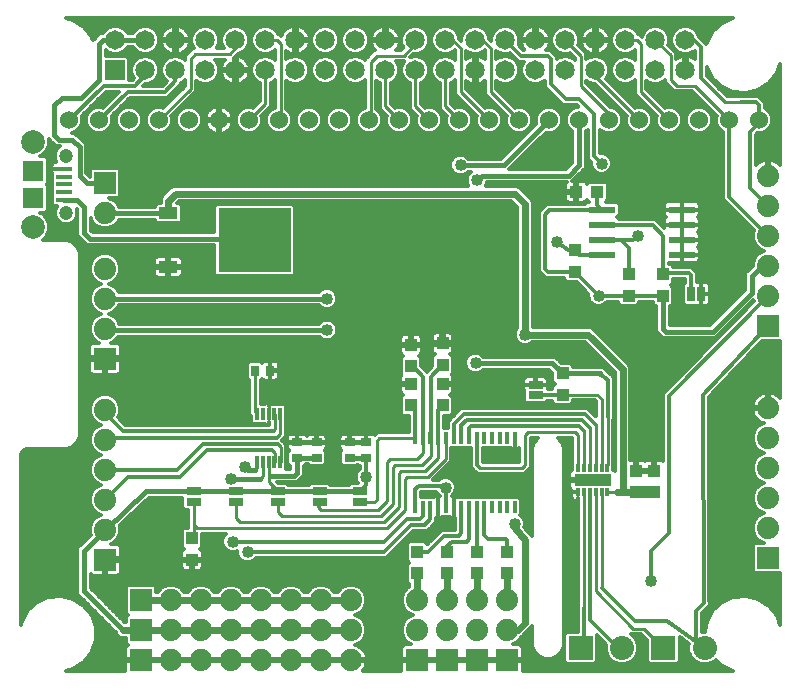
<source format=gbl>
G75*
%MOIN*%
%OFA0B0*%
%FSLAX24Y24*%
%IPPOS*%
%LPD*%
%AMOC8*
5,1,8,0,0,1.08239X$1,22.5*
%
%ADD10C,0.0650*%
%ADD11R,0.0650X0.0650*%
%ADD12R,0.0870X0.0240*%
%ADD13R,0.0394X0.0433*%
%ADD14R,0.0433X0.0394*%
%ADD15C,0.0600*%
%ADD16R,0.0250X0.0500*%
%ADD17R,0.0118X0.0394*%
%ADD18R,0.0354X0.0276*%
%ADD19R,0.0276X0.0354*%
%ADD20R,0.0120X0.0260*%
%ADD21R,0.1220X0.0390*%
%ADD22R,0.0740X0.0740*%
%ADD23C,0.0740*%
%ADD24R,0.0551X0.0157*%
%ADD25R,0.0709X0.0709*%
%ADD26C,0.0472*%
%ADD27C,0.0787*%
%ADD28C,0.0800*%
%ADD29R,0.0800X0.0800*%
%ADD30R,0.0120X0.0390*%
%ADD31R,0.0500X0.0250*%
%ADD32R,0.2441X0.2126*%
%ADD33R,0.0630X0.0394*%
%ADD34C,0.0120*%
%ADD35C,0.0100*%
%ADD36C,0.0400*%
%ADD37C,0.0160*%
%ADD38C,0.0240*%
%ADD39C,0.0400*%
D10*
X004973Y028003D03*
X004973Y029003D03*
X005973Y029003D03*
X005973Y028003D03*
X006973Y028003D03*
X006973Y029003D03*
X007973Y029003D03*
X008973Y029003D03*
X008973Y028003D03*
X007973Y028003D03*
X009973Y028003D03*
X009973Y029003D03*
X010973Y029003D03*
X010973Y028003D03*
X011973Y028003D03*
X011973Y029003D03*
X012973Y029003D03*
X012973Y028003D03*
X013973Y028003D03*
X013973Y029003D03*
X014973Y029003D03*
X014973Y028003D03*
X015973Y028003D03*
X015973Y029003D03*
X016973Y029003D03*
X016973Y028003D03*
X017973Y028003D03*
X017973Y029003D03*
X018973Y029003D03*
X018973Y028003D03*
X019973Y028003D03*
X019973Y029003D03*
X020973Y029003D03*
X021973Y029003D03*
X021973Y028003D03*
X020973Y028003D03*
X022973Y028003D03*
X022973Y029003D03*
X003973Y029003D03*
D11*
X003973Y028003D03*
D12*
X020203Y023353D03*
X020203Y022853D03*
X020203Y022353D03*
X020203Y021853D03*
X022853Y021853D03*
X022853Y022353D03*
X022853Y022853D03*
X022853Y023353D03*
D13*
X022228Y021188D03*
X022228Y020479D03*
X021078Y020479D03*
X021078Y021188D03*
X019278Y021279D03*
X019278Y021988D03*
X018878Y017888D03*
X018878Y017179D03*
X021328Y014638D03*
X021928Y014638D03*
X021928Y013929D03*
X021328Y013929D03*
X017028Y011938D03*
X017028Y011229D03*
X016028Y011229D03*
X016028Y011938D03*
X015028Y011938D03*
X015028Y011229D03*
X014028Y011229D03*
X014028Y011938D03*
X013828Y016829D03*
X013828Y017538D03*
X013828Y018129D03*
X013828Y018838D03*
X014878Y018888D03*
X014878Y018179D03*
X014878Y017538D03*
X014878Y016829D03*
X006528Y012388D03*
X006528Y011679D03*
D14*
X019333Y023943D03*
X020042Y023943D03*
D15*
X020428Y026333D03*
X019428Y026333D03*
X018428Y026333D03*
X017428Y026333D03*
X016428Y026333D03*
X015428Y026333D03*
X014428Y026333D03*
X013428Y026333D03*
X012428Y026333D03*
X011428Y026333D03*
X010428Y026333D03*
X009428Y026333D03*
X008428Y026333D03*
X007428Y026333D03*
X006428Y026333D03*
X005428Y026333D03*
X004428Y026333D03*
X003428Y026333D03*
X002428Y026333D03*
X021428Y026333D03*
X022428Y026333D03*
X023428Y026333D03*
X024428Y026333D03*
X025428Y026333D03*
D16*
X023505Y020533D03*
X023150Y020533D03*
D17*
X009471Y016540D03*
X009274Y016540D03*
X009078Y016540D03*
X008881Y016540D03*
X008684Y016540D03*
X008684Y014926D03*
X008881Y014926D03*
X009078Y014926D03*
X009274Y014926D03*
X009471Y014926D03*
D18*
X010028Y015077D03*
X010028Y015589D03*
X010678Y015589D03*
X010678Y015077D03*
X011778Y015077D03*
X011778Y015589D03*
X012328Y015589D03*
X012328Y015077D03*
D19*
X009133Y017983D03*
X008622Y017983D03*
D20*
X019388Y014733D03*
X019578Y014733D03*
X019778Y014733D03*
X019978Y014733D03*
X020178Y014733D03*
X020368Y014733D03*
X020368Y013933D03*
X020178Y013933D03*
X019978Y013933D03*
X019778Y013933D03*
X019578Y013933D03*
X019388Y013933D03*
D21*
X019878Y014333D03*
D22*
X017028Y008333D03*
X016028Y008333D03*
X015028Y008333D03*
X014028Y008333D03*
X004828Y008333D03*
X004828Y009333D03*
X004828Y010333D03*
X003628Y011683D03*
X003628Y018383D03*
X003628Y024233D03*
X025728Y019483D03*
X025728Y011733D03*
D23*
X025728Y012733D03*
X025728Y013733D03*
X025728Y014733D03*
X025728Y015733D03*
X025728Y016733D03*
X025728Y020483D03*
X025728Y021483D03*
X025728Y022483D03*
X025728Y023483D03*
X025728Y024483D03*
X017028Y010333D03*
X017028Y009333D03*
X016028Y009333D03*
X016028Y010333D03*
X015028Y010333D03*
X015028Y009333D03*
X014028Y009333D03*
X014028Y010333D03*
X011828Y010333D03*
X011828Y009333D03*
X011828Y008333D03*
X010828Y008333D03*
X009828Y008333D03*
X009828Y009333D03*
X010828Y009333D03*
X010828Y010333D03*
X009828Y010333D03*
X008828Y010333D03*
X008828Y009333D03*
X008828Y008333D03*
X007828Y008333D03*
X007828Y009333D03*
X007828Y010333D03*
X006828Y010333D03*
X006828Y009333D03*
X006828Y008333D03*
X005828Y008333D03*
X005828Y009333D03*
X005828Y010333D03*
X003628Y012683D03*
X003628Y013683D03*
X003628Y014683D03*
X003628Y015683D03*
X003628Y016683D03*
X003628Y019383D03*
X003628Y020383D03*
X003628Y021383D03*
X003628Y023233D03*
D24*
X002271Y023682D03*
X002271Y023937D03*
X002271Y024193D03*
X002271Y024449D03*
X002271Y024705D03*
D25*
X001228Y024646D03*
X001228Y023741D03*
D26*
X002330Y023239D03*
X002330Y025148D03*
D27*
X001228Y025615D03*
X001228Y022772D03*
D28*
X020861Y008733D03*
X023617Y008733D03*
D29*
X022239Y008733D03*
X019483Y008733D03*
D30*
X017291Y013435D03*
X017035Y013435D03*
X016779Y013435D03*
X016523Y013435D03*
X016267Y013435D03*
X016011Y013435D03*
X015756Y013435D03*
X015500Y013435D03*
X015244Y013435D03*
X014988Y013435D03*
X014732Y013435D03*
X014476Y013435D03*
X014220Y013435D03*
X013964Y013435D03*
X013964Y015732D03*
X014220Y015732D03*
X014476Y015732D03*
X014732Y015732D03*
X014988Y015732D03*
X015244Y015732D03*
X015500Y015732D03*
X015756Y015732D03*
X016011Y015732D03*
X016267Y015732D03*
X016523Y015732D03*
X016779Y015732D03*
X017035Y015732D03*
X017291Y015732D03*
D31*
X017978Y017156D03*
X017978Y017510D03*
X012128Y013960D03*
X012128Y013606D03*
X010778Y013606D03*
X010778Y013960D03*
X009378Y013960D03*
X009378Y013606D03*
X007978Y013606D03*
X007978Y013960D03*
X006578Y013960D03*
X006578Y013606D03*
D32*
X008612Y022333D03*
D33*
X005738Y021436D03*
X005738Y023231D03*
D34*
X002570Y008039D02*
X002332Y007978D01*
X004298Y007978D01*
X004298Y008293D01*
X004788Y008293D01*
X004788Y008373D01*
X004298Y008373D01*
X004298Y008724D01*
X004308Y008765D01*
X004330Y008802D01*
X004359Y008831D01*
X004380Y008843D01*
X004318Y008905D01*
X004318Y009073D01*
X004176Y009073D01*
X004080Y009113D01*
X004007Y009186D01*
X003968Y009282D01*
X003968Y009282D01*
X002836Y010413D01*
X002708Y010542D01*
X002708Y012074D01*
X003146Y012513D01*
X003118Y012582D01*
X003118Y012785D01*
X003195Y012972D01*
X003339Y013116D01*
X003502Y013183D01*
X003339Y013251D01*
X003195Y013394D01*
X003118Y013582D01*
X003118Y013785D01*
X003195Y013972D01*
X003339Y014116D01*
X003502Y014183D01*
X003339Y014251D01*
X003195Y014394D01*
X003118Y014582D01*
X003118Y014785D01*
X003195Y014972D01*
X003339Y015116D01*
X003502Y015183D01*
X003339Y015251D01*
X003195Y015394D01*
X003118Y015582D01*
X003118Y015785D01*
X003195Y015972D01*
X003339Y016116D01*
X003502Y016183D01*
X003339Y016251D01*
X003195Y016394D01*
X003118Y016582D01*
X003118Y016785D01*
X003195Y016972D01*
X003339Y017116D01*
X003526Y017193D01*
X003729Y017193D01*
X003916Y017116D01*
X004060Y016972D01*
X004138Y016785D01*
X004138Y016582D01*
X004071Y016422D01*
X004310Y016183D01*
X009088Y016183D01*
X009088Y016184D01*
X009078Y016184D01*
X009078Y016283D01*
X009078Y016283D01*
X009078Y016283D01*
X009078Y016184D01*
X008997Y016184D01*
X008957Y016194D01*
X008941Y016204D01*
X008567Y016204D01*
X008485Y016286D01*
X008485Y016471D01*
X008432Y016524D01*
X008432Y017666D01*
X008426Y017666D01*
X008344Y017748D01*
X008344Y018218D01*
X008426Y018300D01*
X008817Y018300D01*
X008865Y018253D01*
X008868Y018259D01*
X008897Y018289D01*
X008934Y018310D01*
X008975Y018320D01*
X009125Y018320D01*
X009125Y017992D01*
X009142Y017992D01*
X009142Y018320D01*
X009292Y018320D01*
X009333Y018310D01*
X009369Y018289D01*
X009399Y018259D01*
X009420Y018222D01*
X009431Y018182D01*
X009431Y017992D01*
X009142Y017992D01*
X009142Y017974D01*
X009142Y017646D01*
X009292Y017646D01*
X009333Y017657D01*
X009369Y017678D01*
X009399Y017708D01*
X009420Y017744D01*
X009431Y017785D01*
X009431Y017974D01*
X009142Y017974D01*
X009125Y017974D01*
X009125Y017646D01*
X008975Y017646D01*
X008934Y017657D01*
X008897Y017678D01*
X008868Y017708D01*
X008865Y017713D01*
X008817Y017666D01*
X008812Y017666D01*
X008812Y016877D01*
X008941Y016877D01*
X008957Y016886D01*
X008997Y016897D01*
X009078Y016897D01*
X009078Y016797D01*
X009078Y016797D01*
X009078Y016797D01*
X009078Y016897D01*
X009158Y016897D01*
X009198Y016886D01*
X009214Y016877D01*
X009588Y016877D01*
X009670Y016795D01*
X009670Y016286D01*
X009661Y016277D01*
X009661Y015798D01*
X009550Y015687D01*
X009528Y015665D01*
X009578Y015616D01*
X009578Y015602D01*
X009668Y015512D01*
X009668Y015184D01*
X009670Y015181D01*
X009670Y014703D01*
X009808Y014703D01*
X009808Y014800D01*
X009792Y014800D01*
X009710Y014882D01*
X009710Y015273D01*
X009757Y015320D01*
X009752Y015323D01*
X009722Y015353D01*
X009701Y015390D01*
X009690Y015430D01*
X009690Y015580D01*
X010019Y015580D01*
X010019Y015598D01*
X010019Y015887D01*
X009829Y015887D01*
X009789Y015876D01*
X009752Y015855D01*
X009722Y015825D01*
X009701Y015789D01*
X009690Y015748D01*
X009690Y015598D01*
X010019Y015598D01*
X010036Y015598D01*
X010036Y015887D01*
X010226Y015887D01*
X010266Y015876D01*
X010303Y015855D01*
X010333Y015825D01*
X010353Y015791D01*
X010372Y015825D01*
X010402Y015855D01*
X010439Y015876D01*
X010479Y015887D01*
X010669Y015887D01*
X010669Y015598D01*
X010686Y015598D01*
X010686Y015887D01*
X010876Y015887D01*
X010916Y015876D01*
X010953Y015855D01*
X010983Y015825D01*
X011004Y015789D01*
X011015Y015748D01*
X011015Y015598D01*
X010686Y015598D01*
X010686Y015580D01*
X011015Y015580D01*
X011015Y015430D01*
X011004Y015390D01*
X010983Y015353D01*
X010953Y015323D01*
X010948Y015320D01*
X010995Y015273D01*
X010995Y014882D01*
X010913Y014800D01*
X010442Y014800D01*
X010385Y014857D01*
X010320Y014857D01*
X010263Y014800D01*
X010248Y014800D01*
X010248Y014492D01*
X010148Y014392D01*
X010019Y014263D01*
X009374Y014263D01*
X009408Y014225D01*
X009686Y014225D01*
X009731Y014180D01*
X010425Y014180D01*
X010470Y014225D01*
X011086Y014225D01*
X011131Y014180D01*
X011775Y014180D01*
X011820Y014225D01*
X012055Y014225D01*
X012039Y014241D01*
X011988Y014366D01*
X011988Y014501D01*
X012039Y014626D01*
X012128Y014714D01*
X012128Y014800D01*
X012092Y014800D01*
X012053Y014839D01*
X012013Y014800D01*
X011542Y014800D01*
X011460Y014882D01*
X011460Y015273D01*
X011507Y015320D01*
X011502Y015323D01*
X011472Y015353D01*
X011451Y015390D01*
X011440Y015430D01*
X011440Y015580D01*
X011769Y015580D01*
X011769Y015598D01*
X011769Y015887D01*
X011579Y015887D01*
X011539Y015876D01*
X011502Y015855D01*
X011472Y015825D01*
X011451Y015789D01*
X011440Y015748D01*
X011440Y015598D01*
X011769Y015598D01*
X011786Y015598D01*
X011786Y015887D01*
X011976Y015887D01*
X012016Y015876D01*
X012053Y015855D01*
X012089Y015876D01*
X012129Y015887D01*
X012319Y015887D01*
X012319Y015598D01*
X012336Y015598D01*
X012336Y015887D01*
X012526Y015887D01*
X012566Y015876D01*
X012603Y015855D01*
X012617Y015841D01*
X012698Y015922D01*
X013764Y015922D01*
X013764Y016472D01*
X013573Y016472D01*
X013491Y016554D01*
X013491Y017104D01*
X013563Y017176D01*
X013532Y017193D01*
X013503Y017223D01*
X013482Y017259D01*
X013471Y017300D01*
X013471Y017499D01*
X013789Y017499D01*
X013789Y017576D01*
X013471Y017576D01*
X013471Y017775D01*
X013482Y017816D01*
X013499Y017846D01*
X013491Y017854D01*
X013491Y018404D01*
X013563Y018476D01*
X013532Y018493D01*
X013503Y018523D01*
X013482Y018559D01*
X013471Y018600D01*
X013471Y018799D01*
X013789Y018799D01*
X013789Y018876D01*
X013471Y018876D01*
X013471Y019075D01*
X013482Y019116D01*
X013503Y019152D01*
X013532Y019182D01*
X013569Y019203D01*
X013610Y019214D01*
X013789Y019214D01*
X013789Y018876D01*
X013866Y018876D01*
X014184Y018876D01*
X014184Y019075D01*
X014173Y019116D01*
X014152Y019152D01*
X014123Y019182D01*
X014086Y019203D01*
X014045Y019214D01*
X013866Y019214D01*
X013866Y018876D01*
X013866Y018799D01*
X014184Y018799D01*
X014184Y018600D01*
X014173Y018559D01*
X014152Y018523D01*
X014123Y018493D01*
X014092Y018476D01*
X014164Y018404D01*
X014164Y018129D01*
X014353Y017941D01*
X014541Y018129D01*
X014541Y018454D01*
X014613Y018526D01*
X014582Y018543D01*
X014553Y018573D01*
X014532Y018609D01*
X014521Y018650D01*
X014521Y018849D01*
X014839Y018849D01*
X014839Y018926D01*
X014521Y018926D01*
X014521Y019125D01*
X014532Y019166D01*
X014553Y019202D01*
X014582Y019232D01*
X014619Y019253D01*
X014660Y019264D01*
X014839Y019264D01*
X014839Y018926D01*
X014916Y018926D01*
X015234Y018926D01*
X015234Y019125D01*
X015223Y019166D01*
X015202Y019202D01*
X015173Y019232D01*
X015136Y019253D01*
X015095Y019264D01*
X014916Y019264D01*
X014916Y018926D01*
X014916Y018849D01*
X015234Y018849D01*
X015234Y018650D01*
X015223Y018609D01*
X015202Y018573D01*
X015173Y018543D01*
X015142Y018526D01*
X015214Y018454D01*
X015214Y017904D01*
X015182Y017872D01*
X015202Y017852D01*
X015223Y017816D01*
X015234Y017775D01*
X015234Y017576D01*
X014916Y017576D01*
X014916Y017499D01*
X015234Y017499D01*
X015234Y017300D01*
X015223Y017259D01*
X015202Y017223D01*
X015173Y017193D01*
X015142Y017176D01*
X015214Y017104D01*
X015214Y016554D01*
X015132Y016472D01*
X014928Y016472D01*
X014928Y016067D01*
X015044Y016067D01*
X015044Y016282D01*
X015161Y016399D01*
X015495Y016733D01*
X019710Y016733D01*
X019828Y016616D01*
X019988Y016456D01*
X019988Y016955D01*
X019953Y016989D01*
X019214Y016989D01*
X019214Y016904D01*
X019132Y016822D01*
X018623Y016822D01*
X018541Y016904D01*
X018541Y016979D01*
X018368Y016979D01*
X018368Y016973D01*
X018286Y016891D01*
X017670Y016891D01*
X017588Y016973D01*
X017588Y017308D01*
X017578Y017324D01*
X017568Y017364D01*
X017568Y017508D01*
X017975Y017508D01*
X017975Y017513D01*
X017568Y017513D01*
X017568Y017657D01*
X017578Y017697D01*
X017600Y017734D01*
X017629Y017764D01*
X017666Y017785D01*
X017706Y017795D01*
X017975Y017795D01*
X017975Y017513D01*
X017980Y017513D01*
X017980Y017795D01*
X018249Y017795D01*
X018289Y017785D01*
X018326Y017764D01*
X018356Y017734D01*
X018377Y017697D01*
X018388Y017657D01*
X018388Y017513D01*
X017980Y017513D01*
X017980Y017508D01*
X018388Y017508D01*
X018388Y017379D01*
X018541Y017379D01*
X018541Y017454D01*
X018621Y017533D01*
X018541Y017613D01*
X018541Y017913D01*
X018441Y018013D01*
X016238Y018013D01*
X016170Y017945D01*
X016045Y017893D01*
X015910Y017893D01*
X015785Y017945D01*
X015689Y018041D01*
X015638Y018166D01*
X015638Y018301D01*
X015689Y018426D01*
X015785Y018522D01*
X015910Y018573D01*
X016045Y018573D01*
X016170Y018522D01*
X016238Y018453D01*
X018623Y018453D01*
X018752Y018324D01*
X018752Y018324D01*
X018832Y018244D01*
X019132Y018244D01*
X019214Y018162D01*
X019214Y018108D01*
X020214Y018108D01*
X020348Y017974D01*
X020348Y017963D01*
X020448Y017883D01*
X020460Y017883D01*
X020511Y017833D01*
X020567Y017788D01*
X020569Y017775D01*
X020578Y017766D01*
X020578Y017694D01*
X020585Y017623D01*
X020578Y017613D01*
X020578Y016350D01*
X020568Y016340D01*
X020568Y015017D01*
X020571Y015013D01*
X020568Y014939D01*
X020568Y014667D01*
X020586Y014656D01*
X020616Y014627D01*
X020618Y014623D01*
X020618Y017926D01*
X019620Y018923D01*
X017848Y018923D01*
X017820Y018895D01*
X017695Y018843D01*
X017560Y018843D01*
X017435Y018895D01*
X017339Y018991D01*
X017288Y019116D01*
X017288Y019251D01*
X017339Y019376D01*
X017368Y019404D01*
X017368Y023426D01*
X017170Y023623D01*
X006085Y023623D01*
X006030Y023568D01*
X006111Y023568D01*
X006193Y023486D01*
X006193Y022976D01*
X006111Y022894D01*
X005365Y022894D01*
X005283Y022976D01*
X005283Y023011D01*
X004087Y023011D01*
X004060Y022944D01*
X003916Y022801D01*
X003729Y022723D01*
X003526Y022723D01*
X003339Y022801D01*
X003195Y022944D01*
X003148Y023059D01*
X003148Y022674D01*
X003219Y022603D01*
X007251Y022603D01*
X007251Y023454D01*
X007333Y023536D01*
X009890Y023536D01*
X009972Y023454D01*
X009972Y021212D01*
X009890Y021130D01*
X007333Y021130D01*
X007251Y021212D01*
X007251Y022163D01*
X003036Y022163D01*
X002908Y022292D01*
X002908Y022292D01*
X002708Y022492D01*
X002708Y023342D01*
X002685Y023365D01*
X002706Y023313D01*
X002706Y023164D01*
X002649Y023025D01*
X002543Y022920D01*
X002405Y022862D01*
X002255Y022862D01*
X002117Y022920D01*
X002011Y023025D01*
X001954Y023164D01*
X001954Y023313D01*
X002011Y023452D01*
X002022Y023463D01*
X001937Y023463D01*
X001855Y023545D01*
X001855Y024549D01*
X001846Y024565D01*
X001835Y024605D01*
X001835Y024705D01*
X002271Y024705D01*
X002271Y024705D01*
X001835Y024705D01*
X001835Y024805D01*
X001846Y024846D01*
X001867Y024882D01*
X001897Y024912D01*
X001934Y024933D01*
X001974Y024944D01*
X002007Y024944D01*
X001954Y025073D01*
X001954Y025223D01*
X002011Y025361D01*
X002113Y025463D01*
X001986Y025463D01*
X001836Y025613D01*
X001761Y025689D01*
X001761Y025508D01*
X001680Y025312D01*
X001530Y025162D01*
X001477Y025140D01*
X001640Y025140D01*
X001722Y025058D01*
X001722Y024234D01*
X001681Y024193D01*
X001722Y024153D01*
X001722Y023328D01*
X001640Y023246D01*
X001477Y023246D01*
X001530Y023225D01*
X001680Y023074D01*
X001761Y022878D01*
X001761Y022666D01*
X001680Y022470D01*
X001559Y022348D01*
X002360Y022348D01*
X002557Y022266D01*
X002558Y022266D01*
X002709Y022115D01*
X002709Y022115D01*
X002791Y021917D01*
X002791Y015797D01*
X002709Y015599D01*
X002709Y015599D01*
X002558Y015448D01*
X002557Y015448D01*
X002360Y015365D01*
X001071Y015365D01*
X001023Y015361D01*
X000933Y015324D01*
X000864Y015255D01*
X000827Y015165D01*
X000823Y015117D01*
X000823Y009496D01*
X000844Y009627D01*
X001045Y009998D01*
X001355Y010283D01*
X001741Y010453D01*
X002161Y010487D01*
X002570Y010384D01*
X002923Y010153D01*
X003182Y009821D01*
X003319Y009422D01*
X003319Y009001D01*
X003182Y008602D01*
X002923Y008269D01*
X002570Y008039D01*
X002618Y008070D02*
X004298Y008070D01*
X004298Y008189D02*
X002800Y008189D01*
X002952Y008307D02*
X004788Y008307D01*
X004868Y008307D02*
X005788Y008307D01*
X005788Y008293D02*
X005298Y008293D01*
X004868Y008293D01*
X004868Y008373D01*
X005788Y008373D01*
X005788Y008293D01*
X005868Y008293D02*
X005868Y008373D01*
X006788Y008373D01*
X006788Y008293D01*
X006358Y008293D01*
X005868Y008293D01*
X005868Y008307D02*
X006788Y008307D01*
X006868Y008307D02*
X007788Y008307D01*
X007788Y008293D02*
X007298Y008293D01*
X006868Y008293D01*
X006868Y008373D01*
X007788Y008373D01*
X007788Y008293D01*
X007868Y008293D02*
X007868Y008373D01*
X008788Y008373D01*
X008788Y008293D01*
X008298Y008293D01*
X007868Y008293D01*
X007868Y008307D02*
X008788Y008307D01*
X008868Y008307D02*
X009788Y008307D01*
X009788Y008293D02*
X009298Y008293D01*
X008868Y008293D01*
X008868Y008373D01*
X009788Y008373D01*
X009788Y008293D01*
X009868Y008293D02*
X009868Y008373D01*
X010788Y008373D01*
X010788Y008293D01*
X010298Y008293D01*
X009868Y008293D01*
X009868Y008307D02*
X010788Y008307D01*
X010868Y008307D02*
X011788Y008307D01*
X011788Y008293D02*
X011298Y008293D01*
X010868Y008293D01*
X010868Y008373D01*
X011788Y008373D01*
X011788Y008293D01*
X011868Y008293D02*
X011868Y008373D01*
X012358Y008373D01*
X012358Y008375D01*
X012344Y008457D01*
X012319Y008537D01*
X012281Y008611D01*
X012232Y008679D01*
X012173Y008738D01*
X012105Y008787D01*
X012031Y008825D01*
X011975Y008843D01*
X012116Y008901D01*
X012260Y009044D01*
X012338Y009232D01*
X012338Y009435D01*
X012260Y009622D01*
X012116Y009766D01*
X011953Y009833D01*
X012116Y009901D01*
X012260Y010044D01*
X012338Y010232D01*
X012338Y010435D01*
X012260Y010622D01*
X012116Y010766D01*
X011929Y010843D01*
X011726Y010843D01*
X011539Y010766D01*
X011395Y010622D01*
X011383Y010593D01*
X011272Y010593D01*
X011260Y010622D01*
X011116Y010766D01*
X010929Y010843D01*
X010726Y010843D01*
X010539Y010766D01*
X010395Y010622D01*
X010383Y010593D01*
X010272Y010593D01*
X010260Y010622D01*
X010116Y010766D01*
X009929Y010843D01*
X009726Y010843D01*
X009539Y010766D01*
X009395Y010622D01*
X009383Y010593D01*
X009272Y010593D01*
X009260Y010622D01*
X009116Y010766D01*
X008929Y010843D01*
X008726Y010843D01*
X008539Y010766D01*
X008395Y010622D01*
X008383Y010593D01*
X008272Y010593D01*
X008260Y010622D01*
X008116Y010766D01*
X007929Y010843D01*
X007726Y010843D01*
X007539Y010766D01*
X007395Y010622D01*
X007383Y010593D01*
X007272Y010593D01*
X007260Y010622D01*
X007116Y010766D01*
X006929Y010843D01*
X006726Y010843D01*
X006539Y010766D01*
X006395Y010622D01*
X006383Y010593D01*
X006272Y010593D01*
X006260Y010622D01*
X006116Y010766D01*
X005929Y010843D01*
X005726Y010843D01*
X005539Y010766D01*
X005395Y010622D01*
X005383Y010593D01*
X005338Y010593D01*
X005338Y010761D01*
X005256Y010843D01*
X004400Y010843D01*
X004318Y010761D01*
X004318Y009905D01*
X004390Y009833D01*
X004318Y009761D01*
X004318Y009593D01*
X004279Y009593D01*
X003148Y010724D01*
X003148Y011197D01*
X003159Y011185D01*
X003196Y011164D01*
X003236Y011153D01*
X003588Y011153D01*
X003588Y011643D01*
X003668Y011643D01*
X003668Y011723D01*
X004158Y011723D01*
X004158Y012074D01*
X004147Y012115D01*
X004126Y012152D01*
X004096Y012181D01*
X004059Y012202D01*
X004019Y012213D01*
X003826Y012213D01*
X003916Y012251D01*
X004060Y012394D01*
X004138Y012582D01*
X004138Y012785D01*
X004116Y012836D01*
X005091Y013740D01*
X006188Y013740D01*
X006188Y013423D01*
X006270Y013341D01*
X006388Y013341D01*
X006388Y012744D01*
X006273Y012744D01*
X006191Y012662D01*
X006191Y012113D01*
X006263Y012041D01*
X006232Y012024D01*
X006203Y011994D01*
X006182Y011957D01*
X006171Y011917D01*
X006171Y011717D01*
X006489Y011717D01*
X006489Y011641D01*
X006171Y011641D01*
X006171Y011441D01*
X006182Y011401D01*
X006203Y011364D01*
X006232Y011334D01*
X006269Y011313D01*
X006310Y011302D01*
X006489Y011302D01*
X006489Y011641D01*
X006566Y011641D01*
X006566Y011717D01*
X006884Y011717D01*
X006884Y011917D01*
X006873Y011957D01*
X006852Y011994D01*
X006823Y012024D01*
X006792Y012041D01*
X006864Y012113D01*
X006864Y012543D01*
X007657Y012543D01*
X007589Y012476D01*
X007538Y012351D01*
X007538Y012216D01*
X007589Y012091D01*
X007685Y011995D01*
X007810Y011943D01*
X007945Y011943D01*
X008038Y011982D01*
X008038Y011866D01*
X008089Y011741D01*
X008185Y011645D01*
X008310Y011593D01*
X008445Y011593D01*
X008570Y011645D01*
X008658Y011733D01*
X013010Y011733D01*
X013910Y012633D01*
X014360Y012633D01*
X014478Y012750D01*
X014676Y012949D01*
X014676Y013080D01*
X014732Y013080D01*
X014813Y013080D01*
X014854Y013090D01*
X014870Y013100D01*
X014870Y013100D01*
X015106Y013100D01*
X015122Y013090D01*
X015163Y013080D01*
X015244Y013080D01*
X015300Y013080D01*
X015300Y012683D01*
X014845Y012683D01*
X014364Y012203D01*
X014364Y012212D01*
X014282Y012294D01*
X013773Y012294D01*
X013691Y012212D01*
X013691Y011663D01*
X013771Y011583D01*
X013691Y011504D01*
X013691Y010954D01*
X013768Y010878D01*
X013768Y010778D01*
X013739Y010766D01*
X013595Y010622D01*
X013518Y010435D01*
X013518Y010232D01*
X013595Y010044D01*
X013739Y009901D01*
X013902Y009833D01*
X013739Y009766D01*
X013595Y009622D01*
X013518Y009435D01*
X013518Y009232D01*
X013595Y009044D01*
X013739Y008901D01*
X013830Y008863D01*
X013636Y008863D01*
X013596Y008852D01*
X013559Y008831D01*
X013530Y008802D01*
X013508Y008765D01*
X013498Y008724D01*
X013498Y008373D01*
X013988Y008373D01*
X013988Y008293D01*
X013498Y008293D01*
X013498Y007978D01*
X012222Y007978D01*
X012232Y007988D01*
X012281Y008056D01*
X012319Y008130D01*
X012344Y008209D01*
X012358Y008292D01*
X012358Y008293D01*
X011868Y008293D01*
X011868Y008307D02*
X013988Y008307D01*
X014068Y008307D02*
X014988Y008307D01*
X014988Y008293D02*
X014498Y008293D01*
X014068Y008293D01*
X014068Y008373D01*
X014988Y008373D01*
X014988Y008293D01*
X015068Y008293D02*
X015068Y008373D01*
X015988Y008373D01*
X015988Y008293D01*
X015498Y008293D01*
X015068Y008293D01*
X015068Y008307D02*
X015988Y008307D01*
X016068Y008307D02*
X016988Y008307D01*
X016988Y008293D02*
X016498Y008293D01*
X016068Y008293D01*
X016068Y008373D01*
X016988Y008373D01*
X016988Y008293D01*
X017068Y008293D02*
X017068Y008373D01*
X017558Y008373D01*
X017558Y008724D01*
X017547Y008765D01*
X017526Y008802D01*
X017496Y008831D01*
X017459Y008852D01*
X017419Y008863D01*
X017226Y008863D01*
X017316Y008901D01*
X017460Y009044D01*
X017481Y009095D01*
X017525Y009113D01*
X017775Y009363D01*
X017848Y009436D01*
X017860Y009466D01*
X017860Y008802D01*
X017942Y008606D01*
X018092Y008456D01*
X018288Y008374D01*
X018500Y008374D01*
X018696Y008456D01*
X018696Y008456D01*
X018847Y008606D01*
X018928Y008802D01*
X018928Y015420D01*
X018847Y015616D01*
X018719Y015743D01*
X019198Y015743D01*
X019198Y014931D01*
X019188Y014921D01*
X019188Y014667D01*
X019169Y014656D01*
X019140Y014627D01*
X019118Y014590D01*
X019108Y014549D01*
X019108Y014371D01*
X019840Y014371D01*
X019840Y014296D01*
X019108Y014296D01*
X019108Y014117D01*
X019118Y014077D01*
X019140Y014040D01*
X019168Y014012D01*
X019168Y013933D01*
X019168Y013782D01*
X019178Y013742D01*
X019200Y013705D01*
X019229Y013675D01*
X019266Y013654D01*
X019306Y013643D01*
X019388Y013643D01*
X019388Y013735D01*
X019388Y010176D01*
X019378Y010166D01*
X019378Y009273D01*
X019025Y009273D01*
X018943Y009191D01*
X018943Y008275D01*
X019025Y008193D01*
X019941Y008193D01*
X020023Y008275D01*
X020023Y009155D01*
X020326Y008852D01*
X020321Y008841D01*
X020321Y008626D01*
X020403Y008427D01*
X020555Y008276D01*
X020754Y008193D01*
X020968Y008193D01*
X021167Y008276D01*
X021319Y008427D01*
X021401Y008626D01*
X021401Y008841D01*
X021319Y009039D01*
X021167Y009191D01*
X021162Y009193D01*
X021510Y009193D01*
X021699Y009005D01*
X021699Y008275D01*
X021781Y008193D01*
X022697Y008193D01*
X022779Y008275D01*
X022779Y009090D01*
X023088Y008868D01*
X023077Y008841D01*
X023077Y008626D01*
X023159Y008427D01*
X023311Y008276D01*
X023510Y008193D01*
X023724Y008193D01*
X023923Y008276D01*
X023980Y008333D01*
X024190Y008139D01*
X024557Y007978D01*
X017558Y007978D01*
X017558Y008293D01*
X017068Y008293D01*
X017068Y008307D02*
X018943Y008307D01*
X018943Y008426D02*
X018624Y008426D01*
X018785Y008544D02*
X018943Y008544D01*
X018847Y008606D02*
X018847Y008606D01*
X018870Y008663D02*
X018943Y008663D01*
X018943Y008781D02*
X018919Y008781D01*
X018928Y008900D02*
X018943Y008900D01*
X018928Y009018D02*
X018943Y009018D01*
X018928Y009137D02*
X018943Y009137D01*
X018928Y009255D02*
X019007Y009255D01*
X018928Y009374D02*
X019378Y009374D01*
X019378Y009492D02*
X018928Y009492D01*
X018928Y009611D02*
X019378Y009611D01*
X019378Y009729D02*
X018928Y009729D01*
X018928Y009848D02*
X019378Y009848D01*
X019378Y009966D02*
X018928Y009966D01*
X018928Y010085D02*
X019378Y010085D01*
X019388Y010203D02*
X018928Y010203D01*
X018928Y010322D02*
X019388Y010322D01*
X019388Y010440D02*
X018928Y010440D01*
X018928Y010559D02*
X019388Y010559D01*
X019388Y010677D02*
X018928Y010677D01*
X018928Y010796D02*
X019388Y010796D01*
X019388Y010914D02*
X018928Y010914D01*
X018928Y011033D02*
X019388Y011033D01*
X019388Y011151D02*
X018928Y011151D01*
X018928Y011270D02*
X019388Y011270D01*
X019388Y011388D02*
X018928Y011388D01*
X018928Y011507D02*
X019388Y011507D01*
X019388Y011625D02*
X018928Y011625D01*
X018928Y011744D02*
X019388Y011744D01*
X019388Y011862D02*
X018928Y011862D01*
X018928Y011981D02*
X019388Y011981D01*
X019388Y012099D02*
X018928Y012099D01*
X018928Y012218D02*
X019388Y012218D01*
X019388Y012336D02*
X018928Y012336D01*
X018928Y012455D02*
X019388Y012455D01*
X019388Y012573D02*
X018928Y012573D01*
X018928Y012692D02*
X019388Y012692D01*
X019388Y012810D02*
X018928Y012810D01*
X018928Y012929D02*
X019388Y012929D01*
X019388Y013047D02*
X018928Y013047D01*
X018928Y013166D02*
X019388Y013166D01*
X019388Y013284D02*
X018928Y013284D01*
X018928Y013403D02*
X019388Y013403D01*
X019388Y013521D02*
X018928Y013521D01*
X018928Y013640D02*
X019388Y013640D01*
X019388Y013735D02*
X019388Y013735D01*
X019378Y013933D02*
X019168Y013933D01*
X019378Y013933D01*
X019378Y013933D01*
X019168Y013877D02*
X018928Y013877D01*
X018928Y013995D02*
X019168Y013995D01*
X019108Y014114D02*
X018928Y014114D01*
X018928Y014232D02*
X019108Y014232D01*
X018928Y014351D02*
X019840Y014351D01*
X019778Y013933D02*
X019778Y009683D01*
X019828Y009633D01*
X019953Y009508D01*
X020728Y008733D01*
X020861Y008733D01*
X021221Y009137D02*
X021567Y009137D01*
X021685Y009018D02*
X021327Y009018D01*
X021377Y008900D02*
X021699Y008900D01*
X021699Y008781D02*
X021401Y008781D01*
X021401Y008663D02*
X021699Y008663D01*
X021699Y008544D02*
X021367Y008544D01*
X021317Y008426D02*
X021699Y008426D01*
X021699Y008307D02*
X021199Y008307D01*
X020523Y008307D02*
X020023Y008307D01*
X020023Y008426D02*
X020405Y008426D01*
X020355Y008544D02*
X020023Y008544D01*
X020023Y008663D02*
X020321Y008663D01*
X020321Y008781D02*
X020023Y008781D01*
X020023Y008900D02*
X020278Y008900D01*
X020160Y009018D02*
X020023Y009018D01*
X020023Y009137D02*
X020041Y009137D01*
X019578Y008828D02*
X019483Y008733D01*
X019578Y008828D02*
X019578Y010083D01*
X020178Y010733D02*
X021278Y009633D01*
X022367Y009633D01*
X023617Y008733D01*
X023428Y008733D01*
X023328Y008833D01*
X023328Y009983D01*
X023578Y010233D01*
X023567Y017172D01*
X025728Y019483D01*
X025524Y018973D02*
X026123Y018973D01*
X026123Y017087D01*
X026073Y017138D01*
X026005Y017187D01*
X025931Y017225D01*
X025852Y017250D01*
X025769Y017263D01*
X025768Y017263D01*
X025768Y016773D01*
X025688Y016773D01*
X025688Y016693D01*
X025198Y016693D01*
X025198Y016692D01*
X025211Y016609D01*
X025236Y016530D01*
X025274Y016456D01*
X025323Y016388D01*
X025382Y016329D01*
X025450Y016280D01*
X025524Y016242D01*
X025580Y016224D01*
X025439Y016166D01*
X025295Y016022D01*
X025218Y015835D01*
X025218Y015632D01*
X025295Y015444D01*
X025439Y015301D01*
X025602Y015233D01*
X025439Y015166D01*
X025295Y015022D01*
X025218Y014835D01*
X025218Y014632D01*
X025295Y014444D01*
X025439Y014301D01*
X025602Y014233D01*
X025439Y014166D01*
X025295Y014022D01*
X025218Y013835D01*
X025218Y013632D01*
X025295Y013444D01*
X025439Y013301D01*
X025602Y013233D01*
X025439Y013166D01*
X023773Y013166D01*
X023773Y013284D02*
X025479Y013284D01*
X025439Y013166D02*
X025295Y013022D01*
X025218Y012835D01*
X025218Y012632D01*
X025295Y012444D01*
X025439Y012301D01*
X025578Y012243D01*
X025300Y012243D01*
X025218Y012161D01*
X025218Y011305D01*
X025300Y011223D01*
X026123Y011223D01*
X026123Y009510D01*
X026016Y009821D01*
X025757Y010153D01*
X025405Y010384D01*
X024996Y010487D01*
X024576Y010453D01*
X024190Y010283D01*
X023880Y009998D01*
X023679Y009627D01*
X023620Y009273D01*
X023528Y009273D01*
X023528Y009900D01*
X023661Y010033D01*
X023719Y010092D01*
X023778Y010150D01*
X023778Y010151D01*
X023778Y010234D01*
X023778Y010316D01*
X023777Y010316D01*
X023767Y017094D01*
X025524Y018973D01*
X025524Y018972D02*
X026123Y018972D01*
X026123Y018854D02*
X025413Y018854D01*
X025302Y018735D02*
X026123Y018735D01*
X026123Y018617D02*
X025191Y018617D01*
X025080Y018498D02*
X026123Y018498D01*
X026123Y018380D02*
X024970Y018380D01*
X024859Y018261D02*
X026123Y018261D01*
X026123Y018143D02*
X024748Y018143D01*
X024637Y018024D02*
X026123Y018024D01*
X026123Y017906D02*
X024526Y017906D01*
X024415Y017787D02*
X026123Y017787D01*
X026123Y017669D02*
X024305Y017669D01*
X024194Y017550D02*
X026123Y017550D01*
X026123Y017432D02*
X024083Y017432D01*
X023972Y017313D02*
X026123Y017313D01*
X026123Y017195D02*
X025989Y017195D01*
X025768Y017195D02*
X025688Y017195D01*
X025688Y017263D02*
X025686Y017263D01*
X025603Y017250D01*
X025524Y017225D01*
X025450Y017187D01*
X025382Y017138D01*
X025323Y017079D01*
X025274Y017011D01*
X025236Y016937D01*
X025211Y016857D01*
X025198Y016775D01*
X025198Y016773D01*
X025688Y016773D01*
X025688Y017263D01*
X025688Y017076D02*
X025768Y017076D01*
X025768Y016958D02*
X025688Y016958D01*
X025688Y016839D02*
X025768Y016839D01*
X025688Y016721D02*
X023767Y016721D01*
X023767Y016839D02*
X025208Y016839D01*
X025247Y016958D02*
X023767Y016958D01*
X023767Y017076D02*
X025322Y017076D01*
X025466Y017195D02*
X023861Y017195D01*
X023767Y016602D02*
X025213Y016602D01*
X025260Y016484D02*
X023768Y016484D01*
X023768Y016365D02*
X025346Y016365D01*
X025515Y016247D02*
X023768Y016247D01*
X023768Y016128D02*
X025401Y016128D01*
X025290Y016010D02*
X023768Y016010D01*
X023769Y015891D02*
X025241Y015891D01*
X025218Y015773D02*
X023769Y015773D01*
X023769Y015654D02*
X025218Y015654D01*
X025257Y015536D02*
X023769Y015536D01*
X023769Y015417D02*
X025322Y015417D01*
X025444Y015299D02*
X023770Y015299D01*
X023770Y015180D02*
X025474Y015180D01*
X025335Y015062D02*
X023770Y015062D01*
X023770Y014943D02*
X025263Y014943D01*
X025218Y014825D02*
X023770Y014825D01*
X023770Y014706D02*
X025218Y014706D01*
X025236Y014588D02*
X023771Y014588D01*
X023771Y014469D02*
X025285Y014469D01*
X025389Y014351D02*
X023771Y014351D01*
X023771Y014232D02*
X025600Y014232D01*
X025387Y014114D02*
X023771Y014114D01*
X023772Y013995D02*
X025284Y013995D01*
X025235Y013877D02*
X023772Y013877D01*
X023772Y013758D02*
X025218Y013758D01*
X025218Y013640D02*
X023772Y013640D01*
X023772Y013521D02*
X025263Y013521D01*
X025337Y013403D02*
X023773Y013403D01*
X023773Y013047D02*
X025320Y013047D01*
X025257Y012929D02*
X023773Y012929D01*
X023773Y012810D02*
X025218Y012810D01*
X025218Y012692D02*
X023774Y012692D01*
X023774Y012573D02*
X025242Y012573D01*
X025291Y012455D02*
X023774Y012455D01*
X023774Y012336D02*
X025403Y012336D01*
X025274Y012218D02*
X023774Y012218D01*
X023775Y012099D02*
X025218Y012099D01*
X025218Y011981D02*
X023775Y011981D01*
X023775Y011862D02*
X025218Y011862D01*
X025218Y011744D02*
X023775Y011744D01*
X023775Y011625D02*
X025218Y011625D01*
X025218Y011507D02*
X023776Y011507D01*
X023776Y011388D02*
X025218Y011388D01*
X025253Y011270D02*
X023776Y011270D01*
X023776Y011151D02*
X026123Y011151D01*
X026123Y011033D02*
X023776Y011033D01*
X023776Y010914D02*
X026123Y010914D01*
X026123Y010796D02*
X023777Y010796D01*
X023777Y010677D02*
X026123Y010677D01*
X026123Y010559D02*
X023777Y010559D01*
X023777Y010440D02*
X024548Y010440D01*
X024278Y010322D02*
X023777Y010322D01*
X023778Y010203D02*
X024103Y010203D01*
X023974Y010085D02*
X023712Y010085D01*
X023661Y010033D02*
X023661Y010033D01*
X023593Y009966D02*
X023863Y009966D01*
X023799Y009848D02*
X023528Y009848D01*
X023528Y009729D02*
X023734Y009729D01*
X023676Y009611D02*
X023528Y009611D01*
X023528Y009492D02*
X023657Y009492D01*
X023637Y009374D02*
X023528Y009374D01*
X023043Y008900D02*
X022779Y008900D01*
X022779Y009018D02*
X022879Y009018D01*
X022779Y008781D02*
X023077Y008781D01*
X023077Y008663D02*
X022779Y008663D01*
X022779Y008544D02*
X023111Y008544D01*
X023161Y008426D02*
X022779Y008426D01*
X022779Y008307D02*
X023279Y008307D01*
X023955Y008307D02*
X024007Y008307D01*
X024136Y008189D02*
X017558Y008189D01*
X017558Y008070D02*
X024347Y008070D01*
X025995Y009848D02*
X026123Y009848D01*
X026123Y009966D02*
X025903Y009966D01*
X025811Y010085D02*
X026123Y010085D01*
X026123Y010203D02*
X025681Y010203D01*
X025500Y010322D02*
X026123Y010322D01*
X026123Y010440D02*
X025182Y010440D01*
X026048Y009729D02*
X026123Y009729D01*
X026123Y009611D02*
X026088Y009611D01*
X023778Y010151D02*
X023778Y010151D01*
X021828Y010983D02*
X021828Y011983D01*
X022428Y012583D01*
X022428Y017133D01*
X025728Y020483D01*
X025256Y020289D02*
X022286Y017274D01*
X022228Y017216D01*
X022228Y017215D01*
X022227Y017215D01*
X022228Y017133D01*
X022228Y014977D01*
X022223Y014982D01*
X022186Y015003D01*
X022145Y015014D01*
X021966Y015014D01*
X021966Y014676D01*
X021889Y014676D01*
X021889Y014599D01*
X021366Y014599D01*
X021366Y014676D01*
X021684Y014676D01*
X021889Y014676D01*
X021889Y015014D01*
X021710Y015014D01*
X021669Y015003D01*
X021632Y014982D01*
X021628Y014977D01*
X021623Y014982D01*
X021586Y015003D01*
X021545Y015014D01*
X021366Y015014D01*
X021366Y014676D01*
X021289Y014676D01*
X021289Y015014D01*
X021138Y015014D01*
X021138Y018085D01*
X021098Y018181D01*
X021025Y018254D01*
X019875Y019404D01*
X019779Y019443D01*
X017888Y019443D01*
X017888Y023585D01*
X017848Y023681D01*
X017498Y024031D01*
X017425Y024104D01*
X017329Y024143D01*
X016317Y024143D01*
X016367Y024263D01*
X019014Y024263D01*
X018989Y024238D01*
X018968Y024202D01*
X018957Y024161D01*
X018957Y023982D01*
X019295Y023982D01*
X019295Y024300D01*
X019206Y024300D01*
X019519Y024613D01*
X019648Y024742D01*
X019648Y025948D01*
X019677Y025960D01*
X019728Y026011D01*
X019728Y025050D01*
X019838Y024940D01*
X019838Y024816D01*
X019889Y024691D01*
X019985Y024595D01*
X020110Y024543D01*
X020245Y024543D01*
X020370Y024595D01*
X020466Y024691D01*
X020518Y024816D01*
X020518Y024951D01*
X020466Y025076D01*
X020370Y025172D01*
X020245Y025223D01*
X020128Y025223D01*
X020128Y026011D01*
X020178Y025960D01*
X020340Y025893D01*
X020515Y025893D01*
X020677Y025960D01*
X020801Y026084D01*
X020868Y026246D01*
X020868Y026421D01*
X020801Y026583D01*
X020677Y026706D01*
X020515Y026773D01*
X020456Y026773D01*
X019668Y027562D01*
X019668Y027650D01*
X019709Y027608D01*
X019880Y027538D01*
X019955Y027538D01*
X021012Y026480D01*
X020988Y026421D01*
X020988Y026246D01*
X021055Y026084D01*
X021178Y025960D01*
X021340Y025893D01*
X021515Y025893D01*
X021677Y025960D01*
X021801Y026084D01*
X021868Y026246D01*
X021868Y026421D01*
X021801Y026583D01*
X021677Y026706D01*
X021515Y026773D01*
X021340Y026773D01*
X021281Y026749D01*
X020329Y027701D01*
X020367Y027739D01*
X020438Y027910D01*
X020438Y028095D01*
X020367Y028266D01*
X020236Y028397D01*
X020065Y028468D01*
X019880Y028468D01*
X019709Y028397D01*
X019668Y028355D01*
X019668Y028562D01*
X019403Y028826D01*
X019438Y028910D01*
X019438Y029095D01*
X019367Y029266D01*
X019236Y029397D01*
X019065Y029468D01*
X018880Y029468D01*
X018709Y029397D01*
X018579Y029266D01*
X018508Y029095D01*
X018508Y028910D01*
X018579Y028739D01*
X018709Y028608D01*
X018880Y028538D01*
X019065Y028538D01*
X019128Y028564D01*
X019288Y028405D01*
X019288Y028346D01*
X019236Y028397D01*
X019065Y028468D01*
X018880Y028468D01*
X018709Y028397D01*
X018678Y028365D01*
X018678Y028466D01*
X018560Y028583D01*
X018460Y028683D01*
X018339Y028683D01*
X018343Y028687D01*
X018388Y028748D01*
X018422Y028816D01*
X018446Y028889D01*
X018458Y028963D01*
X018013Y028963D01*
X018013Y029043D01*
X017933Y029043D01*
X017933Y029487D01*
X017859Y029476D01*
X017787Y029452D01*
X017719Y029417D01*
X017657Y029373D01*
X017603Y029319D01*
X017558Y029257D01*
X017523Y029189D01*
X017500Y029116D01*
X017488Y029043D01*
X017933Y029043D01*
X017933Y028963D01*
X017488Y028963D01*
X017500Y028889D01*
X017523Y028816D01*
X017558Y028748D01*
X017603Y028687D01*
X017606Y028683D01*
X017575Y028683D01*
X017412Y028847D01*
X017438Y028910D01*
X017438Y029095D01*
X017367Y029266D01*
X017236Y029397D01*
X017065Y029468D01*
X016880Y029468D01*
X016709Y029397D01*
X016579Y029266D01*
X016508Y029095D01*
X016508Y028972D01*
X016438Y029042D01*
X016438Y029095D01*
X016367Y029266D01*
X016236Y029397D01*
X016065Y029468D01*
X015880Y029468D01*
X015709Y029397D01*
X015579Y029266D01*
X015508Y029095D01*
X015508Y028972D01*
X015438Y029042D01*
X015438Y029095D01*
X015367Y029266D01*
X015236Y029397D01*
X015065Y029468D01*
X014880Y029468D01*
X014709Y029397D01*
X014579Y029266D01*
X014508Y029095D01*
X014508Y028910D01*
X014579Y028739D01*
X014709Y028608D01*
X014880Y028538D01*
X015065Y028538D01*
X015236Y028608D01*
X015285Y028657D01*
X015288Y028655D01*
X015288Y028346D01*
X015236Y028397D01*
X015065Y028468D01*
X014880Y028468D01*
X014709Y028397D01*
X014579Y028266D01*
X014508Y028095D01*
X014508Y027910D01*
X014579Y027739D01*
X014709Y027608D01*
X014783Y027578D01*
X014783Y026709D01*
X014894Y026598D01*
X015012Y026480D01*
X014988Y026421D01*
X014988Y026246D01*
X015055Y026084D01*
X015178Y025960D01*
X015340Y025893D01*
X015515Y025893D01*
X015677Y025960D01*
X015801Y026084D01*
X015868Y026246D01*
X015868Y026421D01*
X015801Y026583D01*
X015677Y026706D01*
X015515Y026773D01*
X015340Y026773D01*
X015281Y026749D01*
X015163Y026867D01*
X015163Y027578D01*
X015236Y027608D01*
X015288Y027660D01*
X015288Y027205D01*
X015399Y027093D01*
X016012Y026480D01*
X015988Y026421D01*
X015988Y026246D01*
X016055Y026084D01*
X016178Y025960D01*
X016340Y025893D01*
X016515Y025893D01*
X016677Y025960D01*
X016801Y026084D01*
X016868Y026246D01*
X016868Y026421D01*
X016801Y026583D01*
X016677Y026706D01*
X016515Y026773D01*
X016340Y026773D01*
X016281Y026749D01*
X015668Y027362D01*
X015668Y027625D01*
X015719Y027588D01*
X015787Y027553D01*
X015859Y027530D01*
X015933Y027518D01*
X015933Y027963D01*
X016013Y027963D01*
X016013Y027518D01*
X016086Y027530D01*
X016159Y027553D01*
X016227Y027588D01*
X016288Y027632D01*
X016288Y027205D01*
X016399Y027093D01*
X017012Y026480D01*
X016988Y026421D01*
X016988Y026246D01*
X017055Y026084D01*
X017178Y025960D01*
X017340Y025893D01*
X017515Y025893D01*
X017677Y025960D01*
X017801Y026084D01*
X017868Y026246D01*
X017868Y026421D01*
X017801Y026583D01*
X017677Y026706D01*
X017515Y026773D01*
X017340Y026773D01*
X017281Y026749D01*
X016668Y027362D01*
X016668Y027650D01*
X016709Y027608D01*
X016880Y027538D01*
X017065Y027538D01*
X017236Y027608D01*
X017367Y027739D01*
X017438Y027910D01*
X017438Y028095D01*
X017367Y028266D01*
X017236Y028397D01*
X017065Y028468D01*
X016880Y028468D01*
X016709Y028397D01*
X016668Y028355D01*
X016668Y028650D01*
X016709Y028608D01*
X016880Y028538D01*
X017065Y028538D01*
X017129Y028564D01*
X017292Y028400D01*
X017409Y028283D01*
X017596Y028283D01*
X017579Y028266D01*
X017508Y028095D01*
X017508Y027910D01*
X017579Y027739D01*
X017709Y027608D01*
X017880Y027538D01*
X018065Y027538D01*
X018236Y027608D01*
X018278Y027650D01*
X018278Y027450D01*
X018778Y026950D01*
X018895Y026833D01*
X019345Y026833D01*
X019405Y026773D01*
X019340Y026773D01*
X019178Y026706D01*
X019055Y026583D01*
X018988Y026421D01*
X018988Y026246D01*
X019055Y026084D01*
X019178Y025960D01*
X019208Y025948D01*
X019208Y024924D01*
X018986Y024703D01*
X017109Y024703D01*
X018311Y025905D01*
X018340Y025893D01*
X018515Y025893D01*
X018677Y025960D01*
X018801Y026084D01*
X018868Y026246D01*
X018868Y026421D01*
X018801Y026583D01*
X018677Y026706D01*
X018515Y026773D01*
X018340Y026773D01*
X018178Y026706D01*
X018055Y026583D01*
X017988Y026421D01*
X017988Y026246D01*
X018000Y026217D01*
X016836Y025053D01*
X015738Y025053D01*
X015670Y025122D01*
X015545Y025173D01*
X015410Y025173D01*
X015285Y025122D01*
X015189Y025026D01*
X015138Y024901D01*
X015138Y024766D01*
X015189Y024641D01*
X015285Y024545D01*
X015410Y024493D01*
X015545Y024493D01*
X015670Y024545D01*
X015738Y024613D01*
X015827Y024613D01*
X015739Y024526D01*
X015688Y024401D01*
X015688Y024266D01*
X015738Y024143D01*
X005926Y024143D01*
X005830Y024104D01*
X005591Y023864D01*
X005517Y023791D01*
X005478Y023695D01*
X005478Y023568D01*
X005365Y023568D01*
X005283Y023486D01*
X005283Y023451D01*
X004089Y023451D01*
X004060Y023522D01*
X003916Y023666D01*
X003777Y023723D01*
X004056Y023723D01*
X004138Y023805D01*
X004138Y024661D01*
X004056Y024743D01*
X003200Y024743D01*
X003118Y024661D01*
X003118Y024454D01*
X002998Y024574D01*
X002998Y025524D01*
X002748Y025774D01*
X002619Y025903D01*
X002539Y025903D01*
X002677Y025960D01*
X002801Y026084D01*
X002868Y026246D01*
X002868Y026421D01*
X002847Y026470D01*
X003660Y027283D01*
X004095Y027283D01*
X003564Y026753D01*
X003515Y026773D01*
X003340Y026773D01*
X003178Y026706D01*
X003055Y026583D01*
X002988Y026421D01*
X002988Y026246D01*
X003055Y026084D01*
X003178Y025960D01*
X003340Y025893D01*
X003515Y025893D01*
X003677Y025960D01*
X003801Y026084D01*
X003868Y026246D01*
X003868Y026421D01*
X003847Y026470D01*
X004460Y027083D01*
X005710Y027083D01*
X006056Y027429D01*
X006173Y027546D01*
X006173Y027582D01*
X006236Y027608D01*
X006288Y027660D01*
X006288Y027462D01*
X005574Y026749D01*
X005515Y026773D01*
X005340Y026773D01*
X005178Y026706D01*
X005055Y026583D01*
X004988Y026421D01*
X004988Y026246D01*
X005055Y026084D01*
X005178Y025960D01*
X005340Y025893D01*
X005515Y025893D01*
X005677Y025960D01*
X005801Y026084D01*
X005868Y026246D01*
X005868Y026421D01*
X005843Y026480D01*
X006556Y027193D01*
X006668Y027305D01*
X006668Y027650D01*
X006709Y027608D01*
X006880Y027538D01*
X007065Y027538D01*
X007236Y027608D01*
X007367Y027739D01*
X007438Y027910D01*
X007438Y028095D01*
X007367Y028266D01*
X007290Y028343D01*
X007628Y028343D01*
X007603Y028319D01*
X007558Y028257D01*
X007523Y028189D01*
X007500Y028116D01*
X007488Y028043D01*
X007933Y028043D01*
X007933Y028420D01*
X008051Y028538D01*
X008065Y028538D01*
X008236Y028608D01*
X008367Y028739D01*
X008438Y028910D01*
X008438Y029095D01*
X008367Y029266D01*
X008236Y029397D01*
X008065Y029468D01*
X007880Y029468D01*
X007709Y029397D01*
X007579Y029266D01*
X007508Y029095D01*
X007508Y028910D01*
X007579Y028739D01*
X007595Y028723D01*
X007351Y028723D01*
X007367Y028739D01*
X007438Y028910D01*
X007438Y029095D01*
X007367Y029266D01*
X007236Y029397D01*
X007065Y029468D01*
X006880Y029468D01*
X006709Y029397D01*
X006579Y029266D01*
X006508Y029095D01*
X006508Y028910D01*
X006579Y028739D01*
X006595Y028723D01*
X006549Y028723D01*
X006438Y028612D01*
X006399Y028573D01*
X006399Y028573D01*
X006288Y028462D01*
X006288Y028346D01*
X006236Y028397D01*
X006065Y028468D01*
X005880Y028468D01*
X005709Y028397D01*
X005579Y028266D01*
X005508Y028095D01*
X005508Y027910D01*
X005579Y027739D01*
X005690Y027628D01*
X005545Y027483D01*
X004910Y027483D01*
X004965Y027538D01*
X005065Y027538D01*
X005236Y027608D01*
X005367Y027739D01*
X005438Y027910D01*
X005438Y028095D01*
X005367Y028266D01*
X005236Y028397D01*
X005065Y028468D01*
X004880Y028468D01*
X004709Y028397D01*
X004579Y028266D01*
X004508Y028095D01*
X004508Y027910D01*
X004579Y027739D01*
X004590Y027728D01*
X004545Y027683D01*
X004438Y027683D01*
X004438Y028386D01*
X004356Y028468D01*
X003648Y028468D01*
X003648Y028670D01*
X003709Y028608D01*
X003880Y028538D01*
X004065Y028538D01*
X004236Y028608D01*
X004367Y028739D01*
X004385Y028783D01*
X004561Y028783D01*
X004579Y028739D01*
X004709Y028608D01*
X004880Y028538D01*
X005065Y028538D01*
X005236Y028608D01*
X005367Y028739D01*
X005438Y028910D01*
X005438Y029095D01*
X005367Y029266D01*
X005236Y029397D01*
X005065Y029468D01*
X004880Y029468D01*
X004709Y029397D01*
X004579Y029266D01*
X004561Y029223D01*
X004385Y029223D01*
X004367Y029266D01*
X004236Y029397D01*
X004065Y029468D01*
X003880Y029468D01*
X003709Y029397D01*
X003579Y029266D01*
X003561Y029223D01*
X003456Y029223D01*
X003327Y029094D01*
X003223Y028990D01*
X003182Y029112D01*
X002923Y029445D01*
X002570Y029675D01*
X002332Y029736D01*
X024557Y029736D01*
X024190Y029575D01*
X023880Y029289D01*
X023679Y028918D01*
X023671Y028872D01*
X023458Y029085D01*
X023430Y029114D01*
X023367Y029266D01*
X023236Y029397D01*
X023065Y029468D01*
X022880Y029468D01*
X022709Y029397D01*
X022579Y029266D01*
X022508Y029095D01*
X022508Y028910D01*
X022579Y028739D01*
X022709Y028608D01*
X022880Y028538D01*
X023065Y028538D01*
X023236Y028608D01*
X023278Y028650D01*
X023278Y028381D01*
X023227Y028417D01*
X023159Y028452D01*
X023086Y028476D01*
X023013Y028487D01*
X023013Y028043D01*
X022933Y028043D01*
X022933Y028487D01*
X022859Y028476D01*
X022787Y028452D01*
X022719Y028417D01*
X022668Y028380D01*
X022668Y028577D01*
X022407Y028837D01*
X022438Y028910D01*
X022438Y029095D01*
X022367Y029266D01*
X022236Y029397D01*
X022065Y029468D01*
X021880Y029468D01*
X021709Y029397D01*
X021579Y029266D01*
X021516Y029114D01*
X021437Y029193D01*
X021397Y029193D01*
X021367Y029266D01*
X021236Y029397D01*
X021065Y029468D01*
X020880Y029468D01*
X020709Y029397D01*
X020579Y029266D01*
X020508Y029095D01*
X020508Y028910D01*
X020579Y028739D01*
X020709Y028608D01*
X020880Y028538D01*
X021065Y028538D01*
X021236Y028608D01*
X021288Y028660D01*
X021288Y028346D01*
X021236Y028397D01*
X021065Y028468D01*
X020880Y028468D01*
X020709Y028397D01*
X020579Y028266D01*
X020508Y028095D01*
X020508Y027910D01*
X020579Y027739D01*
X020709Y027608D01*
X020880Y027538D01*
X021065Y027538D01*
X021236Y027608D01*
X021288Y027660D01*
X021288Y027205D01*
X021399Y027093D01*
X022012Y026480D01*
X021988Y026421D01*
X021988Y026246D01*
X022055Y026084D01*
X022178Y025960D01*
X022340Y025893D01*
X022515Y025893D01*
X022677Y025960D01*
X022801Y026084D01*
X022868Y026246D01*
X022868Y026421D01*
X022801Y026583D01*
X022677Y026706D01*
X022515Y026773D01*
X022340Y026773D01*
X022281Y026749D01*
X021668Y027362D01*
X021668Y027650D01*
X021709Y027608D01*
X021880Y027538D01*
X022065Y027538D01*
X022236Y027608D01*
X022288Y027660D01*
X022288Y027605D01*
X022399Y027493D01*
X022599Y027293D01*
X023199Y027293D01*
X024012Y026480D01*
X023988Y026421D01*
X023988Y026246D01*
X024055Y026084D01*
X024178Y025960D01*
X024228Y025940D01*
X024228Y023700D01*
X024345Y023583D01*
X025254Y022674D01*
X025218Y022585D01*
X025218Y022382D01*
X025295Y022194D01*
X025439Y022051D01*
X025602Y021983D01*
X025439Y021916D01*
X025295Y021772D01*
X025218Y021585D01*
X025218Y021484D01*
X024958Y021224D01*
X023350Y021224D01*
X023350Y021243D02*
X023233Y021360D01*
X023160Y021433D01*
X022564Y021433D01*
X022564Y021462D01*
X022482Y021544D01*
X022428Y021544D01*
X022428Y021573D01*
X022853Y021573D01*
X023309Y021573D01*
X023350Y021584D01*
X023386Y021605D01*
X023416Y021634D01*
X023437Y021671D01*
X023448Y021712D01*
X023448Y021853D01*
X023448Y021994D01*
X023437Y022034D01*
X023416Y022071D01*
X023386Y022101D01*
X023383Y022103D01*
X023386Y022105D01*
X023416Y022134D01*
X023437Y022171D01*
X023448Y022212D01*
X023448Y022353D01*
X023448Y022494D01*
X023437Y022534D01*
X023416Y022571D01*
X023386Y022601D01*
X023383Y022603D01*
X023386Y022605D01*
X023416Y022634D01*
X023437Y022671D01*
X023448Y022712D01*
X023448Y022853D01*
X023448Y022994D01*
X023437Y023034D01*
X023416Y023071D01*
X023386Y023101D01*
X023383Y023103D01*
X023386Y023105D01*
X023416Y023134D01*
X023437Y023171D01*
X023448Y023212D01*
X023448Y023353D01*
X023448Y023494D01*
X023437Y023534D01*
X023416Y023571D01*
X023386Y023601D01*
X023350Y023622D01*
X023309Y023633D01*
X022853Y023633D01*
X022853Y023353D01*
X022853Y023353D01*
X023448Y023353D01*
X022853Y023353D01*
X022853Y023353D01*
X022853Y023633D01*
X022397Y023633D01*
X022356Y023622D01*
X022320Y023601D01*
X022290Y023571D01*
X022269Y023534D01*
X022258Y023494D01*
X022258Y023353D01*
X022853Y023353D01*
X022853Y023353D01*
X022853Y022853D01*
X022853Y022853D01*
X023448Y022853D01*
X022853Y022853D01*
X022853Y022853D01*
X022853Y023133D01*
X022853Y023353D01*
X022853Y023353D01*
X022258Y023353D01*
X022258Y023212D01*
X022269Y023171D01*
X022290Y023134D01*
X022320Y023105D01*
X022323Y023103D01*
X022320Y023101D01*
X022290Y023071D01*
X022269Y023034D01*
X022258Y022994D01*
X022258Y022853D01*
X022853Y022853D01*
X022853Y022853D01*
X022853Y022353D01*
X022853Y022353D01*
X023448Y022353D01*
X022853Y022353D01*
X022853Y022353D01*
X022853Y022633D01*
X022853Y022853D01*
X022853Y022853D01*
X022258Y022853D01*
X022258Y022736D01*
X021960Y023033D01*
X020775Y023033D01*
X020706Y023103D01*
X020778Y023175D01*
X020778Y023531D01*
X020696Y023613D01*
X020323Y023613D01*
X020398Y023688D01*
X020398Y024198D01*
X020316Y024280D01*
X019767Y024280D01*
X019695Y024208D01*
X019678Y024238D01*
X019648Y024268D01*
X019612Y024289D01*
X019571Y024300D01*
X019372Y024300D01*
X019372Y023982D01*
X019295Y023982D01*
X019295Y023905D01*
X019372Y023905D01*
X019372Y023586D01*
X019571Y023586D01*
X019612Y023597D01*
X019648Y023618D01*
X019678Y023648D01*
X019695Y023679D01*
X019761Y023613D01*
X019710Y023613D01*
X019631Y023533D01*
X018345Y023533D01*
X018195Y023383D01*
X018078Y023266D01*
X018078Y021300D01*
X018182Y021196D01*
X018299Y021079D01*
X018941Y021079D01*
X018941Y021004D01*
X019023Y020922D01*
X019351Y020922D01*
X019738Y020536D01*
X019738Y020411D01*
X019789Y020286D01*
X019885Y020191D01*
X020010Y020139D01*
X020145Y020139D01*
X020270Y020191D01*
X020358Y020279D01*
X020741Y020279D01*
X020741Y020204D01*
X020823Y020122D01*
X021332Y020122D01*
X021414Y020204D01*
X021414Y020279D01*
X021891Y020279D01*
X021891Y020204D01*
X021973Y020122D01*
X022008Y020122D01*
X022008Y019292D01*
X022108Y019192D01*
X022236Y019063D01*
X023969Y019063D01*
X025238Y020333D01*
X025256Y020289D01*
X025242Y020276D02*
X025181Y020276D01*
X025126Y020157D02*
X025063Y020157D01*
X025009Y020039D02*
X024944Y020039D01*
X024892Y019920D02*
X024826Y019920D01*
X024776Y019802D02*
X024707Y019802D01*
X024659Y019683D02*
X024589Y019683D01*
X024542Y019565D02*
X024470Y019565D01*
X024425Y019446D02*
X024352Y019446D01*
X024309Y019328D02*
X024233Y019328D01*
X024192Y019209D02*
X024115Y019209D01*
X024075Y019091D02*
X023996Y019091D01*
X023958Y018972D02*
X020306Y018972D01*
X020425Y018854D02*
X023842Y018854D01*
X023725Y018735D02*
X020543Y018735D01*
X020662Y018617D02*
X023608Y018617D01*
X023491Y018498D02*
X020780Y018498D01*
X020899Y018380D02*
X023375Y018380D01*
X023258Y018261D02*
X021017Y018261D01*
X021114Y018143D02*
X023141Y018143D01*
X023025Y018024D02*
X021138Y018024D01*
X021138Y017906D02*
X022908Y017906D01*
X022791Y017787D02*
X021138Y017787D01*
X021138Y017669D02*
X022674Y017669D01*
X022558Y017550D02*
X021138Y017550D01*
X021138Y017432D02*
X022441Y017432D01*
X022324Y017313D02*
X021138Y017313D01*
X021138Y017195D02*
X022227Y017195D01*
X022228Y017076D02*
X021138Y017076D01*
X021138Y016958D02*
X022228Y016958D01*
X022228Y016839D02*
X021138Y016839D01*
X021138Y016721D02*
X022228Y016721D01*
X022228Y016602D02*
X021138Y016602D01*
X021138Y016484D02*
X022228Y016484D01*
X022228Y016365D02*
X021138Y016365D01*
X021138Y016247D02*
X022228Y016247D01*
X022228Y016128D02*
X021138Y016128D01*
X021138Y016010D02*
X022228Y016010D01*
X022228Y015891D02*
X021138Y015891D01*
X021138Y015773D02*
X022228Y015773D01*
X022228Y015654D02*
X021138Y015654D01*
X021138Y015536D02*
X022228Y015536D01*
X022228Y015417D02*
X021138Y015417D01*
X021138Y015299D02*
X022228Y015299D01*
X022228Y015180D02*
X021138Y015180D01*
X021138Y015062D02*
X022228Y015062D01*
X021966Y014943D02*
X021889Y014943D01*
X021889Y014825D02*
X021966Y014825D01*
X021966Y014706D02*
X021889Y014706D01*
X021366Y014706D02*
X021289Y014706D01*
X021289Y014825D02*
X021366Y014825D01*
X021366Y014943D02*
X021289Y014943D01*
X020618Y014943D02*
X020568Y014943D01*
X020568Y014825D02*
X020618Y014825D01*
X020618Y014706D02*
X020568Y014706D01*
X020568Y015062D02*
X020618Y015062D01*
X020618Y015180D02*
X020568Y015180D01*
X020568Y015299D02*
X020618Y015299D01*
X020618Y015417D02*
X020568Y015417D01*
X020568Y015536D02*
X020618Y015536D01*
X020618Y015654D02*
X020568Y015654D01*
X020568Y015773D02*
X020618Y015773D01*
X020618Y015891D02*
X020568Y015891D01*
X020568Y016010D02*
X020618Y016010D01*
X020618Y016128D02*
X020568Y016128D01*
X020568Y016247D02*
X020618Y016247D01*
X020618Y016365D02*
X020578Y016365D01*
X020578Y016484D02*
X020618Y016484D01*
X020618Y016602D02*
X020578Y016602D01*
X020578Y016721D02*
X020618Y016721D01*
X020618Y016839D02*
X020578Y016839D01*
X020578Y016958D02*
X020618Y016958D01*
X020618Y017076D02*
X020578Y017076D01*
X020578Y017195D02*
X020618Y017195D01*
X020618Y017313D02*
X020578Y017313D01*
X020578Y017432D02*
X020618Y017432D01*
X020618Y017550D02*
X020578Y017550D01*
X020580Y017669D02*
X020618Y017669D01*
X020618Y017787D02*
X020567Y017787D01*
X020618Y017906D02*
X020420Y017906D01*
X020519Y018024D02*
X020298Y018024D01*
X020400Y018143D02*
X019214Y018143D01*
X018815Y018261D02*
X020282Y018261D01*
X020163Y018380D02*
X018696Y018380D01*
X018541Y017906D02*
X016075Y017906D01*
X015880Y017906D02*
X015214Y017906D01*
X015214Y018024D02*
X015706Y018024D01*
X015647Y018143D02*
X015214Y018143D01*
X015214Y018261D02*
X015638Y018261D01*
X015670Y018380D02*
X015214Y018380D01*
X015170Y018498D02*
X015762Y018498D01*
X016193Y018498D02*
X020045Y018498D01*
X019926Y018617D02*
X015225Y018617D01*
X015234Y018735D02*
X019808Y018735D01*
X019689Y018854D02*
X017721Y018854D01*
X017535Y018854D02*
X014916Y018854D01*
X014839Y018854D02*
X013866Y018854D01*
X013789Y018854D02*
X004123Y018854D01*
X004126Y018852D02*
X004096Y018881D01*
X004059Y018902D01*
X004019Y018913D01*
X003826Y018913D01*
X003916Y018951D01*
X004060Y019094D01*
X004068Y019113D01*
X010767Y019113D01*
X010835Y019045D01*
X010960Y018993D01*
X011095Y018993D01*
X011220Y019045D01*
X011316Y019141D01*
X011368Y019266D01*
X011368Y019401D01*
X011316Y019526D01*
X011220Y019622D01*
X011095Y019673D01*
X010960Y019673D01*
X010835Y019622D01*
X010767Y019553D01*
X004109Y019553D01*
X004060Y019672D01*
X003916Y019816D01*
X003753Y019883D01*
X003916Y019951D01*
X004060Y020094D01*
X004088Y020163D01*
X010767Y020163D01*
X010835Y020095D01*
X010960Y020043D01*
X011095Y020043D01*
X011220Y020095D01*
X011316Y020191D01*
X011368Y020316D01*
X011368Y020451D01*
X011316Y020576D01*
X011220Y020672D01*
X011095Y020723D01*
X010960Y020723D01*
X010835Y020672D01*
X010767Y020603D01*
X004088Y020603D01*
X004060Y020672D01*
X003916Y020816D01*
X003753Y020883D01*
X003916Y020951D01*
X004060Y021094D01*
X004138Y021282D01*
X004138Y021485D01*
X004060Y021672D01*
X003916Y021816D01*
X003729Y021893D01*
X003526Y021893D01*
X003339Y021816D01*
X003195Y021672D01*
X003118Y021485D01*
X003118Y021282D01*
X003195Y021094D01*
X003339Y020951D01*
X003502Y020883D01*
X003339Y020816D01*
X003195Y020672D01*
X003118Y020485D01*
X003118Y020282D01*
X003195Y020094D01*
X003339Y019951D01*
X003502Y019883D01*
X003339Y019816D01*
X003195Y019672D01*
X003118Y019485D01*
X003118Y019282D01*
X003195Y019094D01*
X003339Y018951D01*
X003430Y018913D01*
X003236Y018913D01*
X003196Y018902D01*
X003159Y018881D01*
X003130Y018852D01*
X003108Y018815D01*
X003098Y018774D01*
X003098Y018423D01*
X003588Y018423D01*
X003588Y018343D01*
X003668Y018343D01*
X003668Y018423D01*
X004158Y018423D01*
X004158Y018774D01*
X004147Y018815D01*
X004126Y018852D01*
X004158Y018735D02*
X013471Y018735D01*
X013471Y018617D02*
X004158Y018617D01*
X004158Y018498D02*
X013527Y018498D01*
X013491Y018380D02*
X003668Y018380D01*
X003668Y018343D02*
X004158Y018343D01*
X004158Y017992D01*
X004147Y017952D01*
X004126Y017915D01*
X004096Y017885D01*
X004059Y017864D01*
X004019Y017853D01*
X003668Y017853D01*
X003668Y018343D01*
X003588Y018343D02*
X003588Y017853D01*
X003236Y017853D01*
X003196Y017864D01*
X003159Y017885D01*
X003130Y017915D01*
X003108Y017952D01*
X003098Y017992D01*
X003098Y018343D01*
X003588Y018343D01*
X003588Y018380D02*
X002791Y018380D01*
X002791Y018498D02*
X003098Y018498D01*
X003098Y018617D02*
X002791Y018617D01*
X002791Y018735D02*
X003098Y018735D01*
X003132Y018854D02*
X002791Y018854D01*
X002791Y018972D02*
X003317Y018972D01*
X003199Y019091D02*
X002791Y019091D01*
X002791Y019209D02*
X003148Y019209D01*
X003118Y019328D02*
X002791Y019328D01*
X002791Y019446D02*
X003118Y019446D01*
X003151Y019565D02*
X002791Y019565D01*
X002791Y019683D02*
X003206Y019683D01*
X003325Y019802D02*
X002791Y019802D01*
X002791Y019920D02*
X003413Y019920D01*
X003251Y020039D02*
X002791Y020039D01*
X002791Y020157D02*
X003169Y020157D01*
X003120Y020276D02*
X002791Y020276D01*
X002791Y020394D02*
X003118Y020394D01*
X003129Y020513D02*
X002791Y020513D01*
X002791Y020631D02*
X003178Y020631D01*
X003273Y020750D02*
X002791Y020750D01*
X002791Y020868D02*
X003466Y020868D01*
X003303Y020987D02*
X002791Y020987D01*
X002791Y021105D02*
X003191Y021105D01*
X003142Y021224D02*
X002791Y021224D01*
X002791Y021342D02*
X003118Y021342D01*
X003118Y021461D02*
X002791Y021461D01*
X002791Y021579D02*
X003157Y021579D01*
X003221Y021698D02*
X002791Y021698D01*
X002791Y021816D02*
X003340Y021816D01*
X003028Y022172D02*
X002652Y022172D01*
X002735Y022053D02*
X007251Y022053D01*
X007251Y021935D02*
X002784Y021935D01*
X002909Y022290D02*
X002500Y022290D01*
X002791Y022409D02*
X001619Y022409D01*
X001704Y022527D02*
X002708Y022527D01*
X002708Y022646D02*
X001753Y022646D01*
X001761Y022764D02*
X002708Y022764D01*
X002708Y022883D02*
X002454Y022883D01*
X002625Y023001D02*
X002708Y023001D01*
X002708Y023120D02*
X002688Y023120D01*
X002706Y023238D02*
X002708Y023238D01*
X002693Y023357D02*
X002688Y023357D01*
X003148Y023001D02*
X003172Y023001D01*
X003148Y022883D02*
X003257Y022883D01*
X003148Y022764D02*
X003427Y022764D01*
X003176Y022646D02*
X007251Y022646D01*
X007251Y022764D02*
X003828Y022764D01*
X003998Y022883D02*
X007251Y022883D01*
X007251Y023001D02*
X006193Y023001D01*
X006193Y023120D02*
X007251Y023120D01*
X007251Y023238D02*
X006193Y023238D01*
X006193Y023357D02*
X007251Y023357D01*
X007272Y023475D02*
X006193Y023475D01*
X006056Y023594D02*
X017199Y023594D01*
X017318Y023475D02*
X009951Y023475D01*
X009972Y023357D02*
X017368Y023357D01*
X017368Y023238D02*
X009972Y023238D01*
X009972Y023120D02*
X017368Y023120D01*
X017368Y023001D02*
X009972Y023001D01*
X009972Y022883D02*
X017368Y022883D01*
X017368Y022764D02*
X009972Y022764D01*
X009972Y022646D02*
X017368Y022646D01*
X017368Y022527D02*
X009972Y022527D01*
X009972Y022409D02*
X017368Y022409D01*
X017368Y022290D02*
X009972Y022290D01*
X009972Y022172D02*
X017368Y022172D01*
X017368Y022053D02*
X009972Y022053D01*
X009972Y021935D02*
X017368Y021935D01*
X017368Y021816D02*
X009972Y021816D01*
X009972Y021698D02*
X017368Y021698D01*
X017368Y021579D02*
X009972Y021579D01*
X009972Y021461D02*
X017368Y021461D01*
X017368Y021342D02*
X009972Y021342D01*
X009972Y021224D02*
X017368Y021224D01*
X017368Y021105D02*
X006142Y021105D01*
X006151Y021111D02*
X006181Y021141D01*
X006202Y021177D01*
X006213Y021218D01*
X006213Y021397D01*
X005776Y021397D01*
X005776Y021079D01*
X006074Y021079D01*
X006115Y021090D01*
X006151Y021111D01*
X006213Y021224D02*
X007251Y021224D01*
X007251Y021342D02*
X006213Y021342D01*
X006213Y021474D02*
X006213Y021654D01*
X006202Y021694D01*
X006181Y021731D01*
X006151Y021761D01*
X006115Y021782D01*
X006074Y021793D01*
X005776Y021793D01*
X005776Y021474D01*
X005699Y021474D01*
X005699Y021397D01*
X005263Y021397D01*
X005263Y021218D01*
X005274Y021177D01*
X005295Y021141D01*
X005325Y021111D01*
X005361Y021090D01*
X005402Y021079D01*
X005699Y021079D01*
X005699Y021397D01*
X005776Y021397D01*
X005776Y021474D01*
X006213Y021474D01*
X006213Y021579D02*
X007251Y021579D01*
X007251Y021461D02*
X005776Y021461D01*
X005699Y021461D02*
X004138Y021461D01*
X004138Y021342D02*
X005263Y021342D01*
X005263Y021224D02*
X004114Y021224D01*
X004064Y021105D02*
X005334Y021105D01*
X005699Y021105D02*
X005776Y021105D01*
X005776Y021224D02*
X005699Y021224D01*
X005699Y021342D02*
X005776Y021342D01*
X005699Y021474D02*
X005263Y021474D01*
X005263Y021654D01*
X005274Y021694D01*
X005295Y021731D01*
X005325Y021761D01*
X005361Y021782D01*
X005402Y021793D01*
X005699Y021793D01*
X005699Y021474D01*
X005699Y021579D02*
X005776Y021579D01*
X005776Y021698D02*
X005699Y021698D01*
X005276Y021698D02*
X004034Y021698D01*
X004098Y021579D02*
X005263Y021579D01*
X006200Y021698D02*
X007251Y021698D01*
X007251Y021816D02*
X003915Y021816D01*
X003952Y020987D02*
X017368Y020987D01*
X017368Y020868D02*
X003789Y020868D01*
X003982Y020750D02*
X017368Y020750D01*
X017368Y020631D02*
X011260Y020631D01*
X011342Y020513D02*
X017368Y020513D01*
X017368Y020394D02*
X011368Y020394D01*
X011351Y020276D02*
X017368Y020276D01*
X017368Y020157D02*
X011282Y020157D01*
X010773Y020157D02*
X004086Y020157D01*
X004004Y020039D02*
X017368Y020039D01*
X017368Y019920D02*
X003843Y019920D01*
X003930Y019802D02*
X017368Y019802D01*
X017368Y019683D02*
X004049Y019683D01*
X004104Y019565D02*
X010778Y019565D01*
X010789Y019091D02*
X004056Y019091D01*
X003938Y018972D02*
X013471Y018972D01*
X013475Y019091D02*
X011266Y019091D01*
X011344Y019209D02*
X013592Y019209D01*
X013789Y019209D02*
X013866Y019209D01*
X013866Y019091D02*
X013789Y019091D01*
X013789Y018972D02*
X013866Y018972D01*
X014064Y019209D02*
X014560Y019209D01*
X014521Y019091D02*
X014180Y019091D01*
X014184Y018972D02*
X014521Y018972D01*
X014521Y018735D02*
X014184Y018735D01*
X014184Y018617D02*
X014530Y018617D01*
X014586Y018498D02*
X014128Y018498D01*
X014164Y018380D02*
X014541Y018380D01*
X014541Y018261D02*
X014164Y018261D01*
X014164Y018143D02*
X014541Y018143D01*
X014436Y018024D02*
X014269Y018024D01*
X014228Y017783D02*
X013882Y018129D01*
X013828Y018129D01*
X014228Y017783D02*
X014228Y015540D01*
X014220Y015732D01*
X013964Y015732D02*
X013964Y016692D01*
X013828Y016829D01*
X013491Y016839D02*
X009626Y016839D01*
X009670Y016721D02*
X013491Y016721D01*
X013491Y016602D02*
X009670Y016602D01*
X009670Y016484D02*
X013561Y016484D01*
X013764Y016365D02*
X009670Y016365D01*
X009661Y016247D02*
X013764Y016247D01*
X013764Y016128D02*
X009661Y016128D01*
X009661Y016010D02*
X013764Y016010D01*
X014476Y015732D02*
X014478Y015584D01*
X014478Y017783D01*
X014823Y018129D01*
X014878Y018179D01*
X015231Y017787D02*
X017676Y017787D01*
X017571Y017669D02*
X015234Y017669D01*
X015234Y017432D02*
X017568Y017432D01*
X017568Y017550D02*
X014916Y017550D01*
X015234Y017313D02*
X017584Y017313D01*
X017588Y017195D02*
X015174Y017195D01*
X015214Y017076D02*
X017588Y017076D01*
X017603Y016958D02*
X015214Y016958D01*
X015214Y016839D02*
X018606Y016839D01*
X018541Y016958D02*
X018352Y016958D01*
X018000Y017179D02*
X018878Y017179D01*
X019214Y016958D02*
X019984Y016958D01*
X019988Y016839D02*
X019149Y016839D01*
X019628Y016533D02*
X015578Y016533D01*
X015244Y016199D01*
X015244Y015732D01*
X015500Y015732D02*
X015500Y016155D01*
X015678Y016333D01*
X019528Y016333D01*
X019778Y016083D01*
X019978Y016183D02*
X019628Y016533D01*
X019723Y016721D02*
X019988Y016721D01*
X019988Y016602D02*
X019841Y016602D01*
X019960Y016484D02*
X019988Y016484D01*
X020378Y016433D02*
X020378Y017683D01*
X020128Y017883D01*
X020188Y019091D02*
X022209Y019091D01*
X022090Y019209D02*
X020069Y019209D01*
X019951Y019328D02*
X022008Y019328D01*
X022008Y019446D02*
X017888Y019446D01*
X017888Y019565D02*
X022008Y019565D01*
X022008Y019683D02*
X017888Y019683D01*
X017888Y019802D02*
X022008Y019802D01*
X022008Y019920D02*
X017888Y019920D01*
X017888Y020039D02*
X022008Y020039D01*
X021938Y020157D02*
X021367Y020157D01*
X021414Y020276D02*
X021891Y020276D01*
X022228Y020479D02*
X021078Y020479D01*
X020078Y020479D01*
X019278Y021279D01*
X018382Y021279D01*
X018278Y021383D01*
X018278Y023183D01*
X018428Y023333D01*
X020184Y023333D01*
X020203Y023353D01*
X020042Y023514D01*
X020042Y023943D01*
X020398Y023949D02*
X024228Y023949D01*
X024228Y023831D02*
X020398Y023831D01*
X020398Y023712D02*
X024228Y023712D01*
X024334Y023594D02*
X023393Y023594D01*
X023448Y023475D02*
X024453Y023475D01*
X024571Y023357D02*
X023448Y023357D01*
X023448Y023238D02*
X024690Y023238D01*
X024808Y023120D02*
X023401Y023120D01*
X023446Y023001D02*
X024927Y023001D01*
X025045Y022883D02*
X023448Y022883D01*
X023448Y022764D02*
X025164Y022764D01*
X025243Y022646D02*
X023422Y022646D01*
X023439Y022527D02*
X025218Y022527D01*
X025218Y022409D02*
X023448Y022409D01*
X023448Y022290D02*
X025255Y022290D01*
X025318Y022172D02*
X023437Y022172D01*
X023426Y022053D02*
X025436Y022053D01*
X025485Y021935D02*
X023448Y021935D01*
X023448Y021853D02*
X022853Y021853D01*
X022853Y021853D01*
X022853Y022353D01*
X022853Y022353D01*
X022853Y022133D01*
X022853Y021853D01*
X022853Y021853D01*
X023448Y021853D01*
X023448Y021816D02*
X025339Y021816D01*
X025264Y021698D02*
X023444Y021698D01*
X023334Y021579D02*
X025218Y021579D01*
X025194Y021461D02*
X022564Y021461D01*
X022853Y021573D02*
X022853Y021853D01*
X022853Y021573D01*
X022853Y021579D02*
X022853Y021579D01*
X022853Y021698D02*
X022853Y021698D01*
X022853Y021816D02*
X022853Y021816D01*
X022853Y021853D02*
X022853Y021853D01*
X022853Y021935D02*
X022853Y021935D01*
X022853Y022053D02*
X022853Y022053D01*
X022853Y022172D02*
X022853Y022172D01*
X022853Y022290D02*
X022853Y022290D01*
X022853Y022409D02*
X022853Y022409D01*
X022853Y022527D02*
X022853Y022527D01*
X022853Y022646D02*
X022853Y022646D01*
X022853Y022764D02*
X022853Y022764D01*
X022853Y022883D02*
X022853Y022883D01*
X022853Y023001D02*
X022853Y023001D01*
X022853Y023120D02*
X022853Y023120D01*
X022853Y023238D02*
X022853Y023238D01*
X022853Y023357D02*
X022853Y023357D01*
X022853Y023475D02*
X022853Y023475D01*
X022853Y023594D02*
X022853Y023594D01*
X022313Y023594D02*
X020715Y023594D01*
X020778Y023475D02*
X022258Y023475D01*
X022258Y023357D02*
X020778Y023357D01*
X020778Y023238D02*
X022258Y023238D01*
X022304Y023120D02*
X020723Y023120D01*
X020222Y022833D02*
X021878Y022833D01*
X022228Y022483D01*
X022228Y021188D01*
X022273Y021233D01*
X023078Y021233D01*
X023150Y021160D01*
X023150Y020533D01*
X022885Y020513D02*
X022564Y020513D01*
X022564Y020631D02*
X022885Y020631D01*
X022885Y020750D02*
X022564Y020750D01*
X022564Y020754D02*
X022485Y020833D01*
X022564Y020913D01*
X022564Y021033D01*
X022950Y021033D01*
X022950Y020906D01*
X022885Y020841D01*
X022885Y020225D01*
X022967Y020143D01*
X023302Y020143D01*
X023318Y020134D01*
X023359Y020123D01*
X023502Y020123D01*
X023502Y020531D01*
X023507Y020531D01*
X023507Y020123D01*
X023651Y020123D01*
X023691Y020134D01*
X023728Y020155D01*
X023758Y020185D01*
X023779Y020222D01*
X023790Y020262D01*
X023790Y020531D01*
X023507Y020531D01*
X023507Y020536D01*
X023502Y020536D01*
X023502Y020943D01*
X023359Y020943D01*
X023350Y020941D01*
X023350Y021243D01*
X023350Y021105D02*
X024958Y021105D01*
X024958Y020987D02*
X023350Y020987D01*
X023507Y020943D02*
X023507Y020536D01*
X023790Y020536D01*
X023790Y020804D01*
X023779Y020845D01*
X023758Y020882D01*
X023728Y020911D01*
X023691Y020932D01*
X023651Y020943D01*
X023507Y020943D01*
X023502Y020868D02*
X023507Y020868D01*
X023502Y020750D02*
X023507Y020750D01*
X023502Y020631D02*
X023507Y020631D01*
X023502Y020513D02*
X023507Y020513D01*
X023502Y020394D02*
X023507Y020394D01*
X023502Y020276D02*
X023507Y020276D01*
X023502Y020157D02*
X023507Y020157D01*
X023730Y020157D02*
X024440Y020157D01*
X024322Y020039D02*
X022448Y020039D01*
X022448Y020122D02*
X022482Y020122D01*
X022564Y020204D01*
X022564Y020754D01*
X022520Y020868D02*
X022912Y020868D01*
X022950Y020987D02*
X022564Y020987D01*
X022564Y020394D02*
X022885Y020394D01*
X022885Y020276D02*
X022564Y020276D01*
X022517Y020157D02*
X022953Y020157D01*
X022448Y020122D02*
X022448Y019503D01*
X023786Y019503D01*
X024958Y020674D01*
X024958Y021224D01*
X025075Y021342D02*
X023251Y021342D01*
X023765Y020868D02*
X024958Y020868D01*
X024958Y020750D02*
X023790Y020750D01*
X023790Y020631D02*
X024914Y020631D01*
X024796Y020513D02*
X023790Y020513D01*
X023790Y020394D02*
X024677Y020394D01*
X024559Y020276D02*
X023790Y020276D01*
X024203Y019920D02*
X022448Y019920D01*
X022448Y019802D02*
X024085Y019802D01*
X023966Y019683D02*
X022448Y019683D01*
X022448Y019565D02*
X023848Y019565D01*
X025728Y022483D02*
X024428Y023783D01*
X024428Y026333D01*
X024175Y025964D02*
X023680Y025964D01*
X023677Y025960D02*
X023801Y026084D01*
X023868Y026246D01*
X023868Y026421D01*
X023801Y026583D01*
X023677Y026706D01*
X023515Y026773D01*
X023340Y026773D01*
X023178Y026706D01*
X023055Y026583D01*
X022988Y026421D01*
X022988Y026246D01*
X023055Y026084D01*
X023178Y025960D01*
X023340Y025893D01*
X023515Y025893D01*
X023677Y025960D01*
X023799Y026082D02*
X024056Y026082D01*
X024006Y026201D02*
X023849Y026201D01*
X023868Y026319D02*
X023988Y026319D01*
X023995Y026438D02*
X023860Y026438D01*
X023811Y026556D02*
X023936Y026556D01*
X023817Y026675D02*
X023708Y026675D01*
X023699Y026793D02*
X022236Y026793D01*
X022118Y026912D02*
X023580Y026912D01*
X023462Y027030D02*
X021999Y027030D01*
X021881Y027149D02*
X023343Y027149D01*
X023225Y027267D02*
X021762Y027267D01*
X021668Y027386D02*
X022506Y027386D01*
X022388Y027504D02*
X021668Y027504D01*
X021668Y027623D02*
X021695Y027623D01*
X021288Y027623D02*
X021251Y027623D01*
X021288Y027504D02*
X020525Y027504D01*
X020644Y027386D02*
X021288Y027386D01*
X021288Y027267D02*
X020762Y027267D01*
X020881Y027149D02*
X021343Y027149D01*
X021462Y027030D02*
X020999Y027030D01*
X021118Y026912D02*
X021580Y026912D01*
X021699Y026793D02*
X021236Y026793D01*
X020995Y026438D02*
X020860Y026438D01*
X020868Y026319D02*
X020988Y026319D01*
X021006Y026201D02*
X020849Y026201D01*
X020799Y026082D02*
X021056Y026082D01*
X021175Y025964D02*
X020680Y025964D01*
X020428Y026333D02*
X020428Y026533D01*
X020436Y026793D02*
X020699Y026793D01*
X020708Y026675D02*
X020817Y026675D01*
X020811Y026556D02*
X020936Y026556D01*
X020580Y026912D02*
X020318Y026912D01*
X020199Y027030D02*
X020462Y027030D01*
X020343Y027149D02*
X020081Y027149D01*
X019962Y027267D02*
X020225Y027267D01*
X020106Y027386D02*
X019844Y027386D01*
X019725Y027504D02*
X019988Y027504D01*
X019695Y027623D02*
X019668Y027623D01*
X019428Y027033D02*
X019928Y026533D01*
X019928Y025133D01*
X020178Y024883D01*
X020491Y025016D02*
X024228Y025016D01*
X024228Y025134D02*
X020407Y025134D01*
X020518Y024897D02*
X024228Y024897D01*
X024228Y024779D02*
X020502Y024779D01*
X020435Y024660D02*
X024228Y024660D01*
X024228Y024542D02*
X019447Y024542D01*
X019329Y024423D02*
X024228Y024423D01*
X024228Y024305D02*
X019210Y024305D01*
X019295Y024186D02*
X019372Y024186D01*
X019372Y024068D02*
X019295Y024068D01*
X019295Y023949D02*
X017579Y023949D01*
X017498Y024031D02*
X017498Y024031D01*
X017461Y024068D02*
X018957Y024068D01*
X018963Y024186D02*
X016335Y024186D01*
X015720Y024186D02*
X004138Y024186D01*
X004138Y024068D02*
X005794Y024068D01*
X005676Y023949D02*
X004138Y023949D01*
X004138Y023831D02*
X005557Y023831D01*
X005485Y023712D02*
X003804Y023712D01*
X003988Y023594D02*
X005478Y023594D01*
X005283Y023475D02*
X004079Y023475D01*
X004083Y023001D02*
X005283Y023001D01*
X004138Y024305D02*
X015688Y024305D01*
X015697Y024423D02*
X004138Y024423D01*
X004138Y024542D02*
X015293Y024542D01*
X015181Y024660D02*
X004138Y024660D01*
X003118Y024660D02*
X002998Y024660D01*
X002998Y024779D02*
X015138Y024779D01*
X015138Y024897D02*
X002998Y024897D01*
X002998Y025016D02*
X015185Y025016D01*
X015316Y025134D02*
X002998Y025134D01*
X002998Y025253D02*
X017036Y025253D01*
X017154Y025371D02*
X002998Y025371D01*
X002998Y025490D02*
X017273Y025490D01*
X017391Y025608D02*
X002914Y025608D01*
X002795Y025727D02*
X017510Y025727D01*
X017628Y025845D02*
X002677Y025845D01*
X002680Y025964D02*
X003175Y025964D01*
X003056Y026082D02*
X002799Y026082D01*
X002849Y026201D02*
X003006Y026201D01*
X002988Y026319D02*
X002868Y026319D01*
X002860Y026438D02*
X002995Y026438D01*
X003044Y026556D02*
X002933Y026556D01*
X003052Y026675D02*
X003147Y026675D01*
X003170Y026793D02*
X003605Y026793D01*
X003723Y026912D02*
X003289Y026912D01*
X003407Y027030D02*
X003842Y027030D01*
X003960Y027149D02*
X003526Y027149D01*
X003644Y027267D02*
X004079Y027267D01*
X004378Y027283D02*
X005628Y027283D01*
X005973Y027629D01*
X005973Y028003D01*
X005646Y028334D02*
X005299Y028334D01*
X005388Y028215D02*
X005558Y028215D01*
X005509Y028097D02*
X005437Y028097D01*
X005438Y027978D02*
X005508Y027978D01*
X005529Y027860D02*
X005417Y027860D01*
X005368Y027741D02*
X005578Y027741D01*
X005684Y027623D02*
X005251Y027623D01*
X005566Y027504D02*
X004931Y027504D01*
X004628Y027483D02*
X004973Y027829D01*
X004973Y028003D01*
X004646Y028334D02*
X004438Y028334D01*
X004438Y028215D02*
X004558Y028215D01*
X004509Y028097D02*
X004438Y028097D01*
X004438Y027978D02*
X004508Y027978D01*
X004529Y027860D02*
X004438Y027860D01*
X004438Y027741D02*
X004578Y027741D01*
X004628Y027483D02*
X003578Y027483D01*
X002428Y026333D01*
X001841Y025608D02*
X001761Y025608D01*
X001754Y025490D02*
X001960Y025490D01*
X002021Y025371D02*
X001704Y025371D01*
X001621Y025253D02*
X001966Y025253D01*
X001954Y025134D02*
X001646Y025134D01*
X001722Y025016D02*
X001977Y025016D01*
X001882Y024897D02*
X001722Y024897D01*
X001722Y024779D02*
X001835Y024779D01*
X001835Y024660D02*
X001722Y024660D01*
X001722Y024542D02*
X001855Y024542D01*
X001855Y024423D02*
X001722Y024423D01*
X001722Y024305D02*
X001855Y024305D01*
X001855Y024186D02*
X001688Y024186D01*
X001722Y024068D02*
X001855Y024068D01*
X001855Y023949D02*
X001722Y023949D01*
X001722Y023831D02*
X001855Y023831D01*
X001855Y023712D02*
X001722Y023712D01*
X001722Y023594D02*
X001855Y023594D01*
X001925Y023475D02*
X001722Y023475D01*
X001722Y023357D02*
X001972Y023357D01*
X001954Y023238D02*
X001496Y023238D01*
X001635Y023120D02*
X001972Y023120D01*
X002035Y023001D02*
X001710Y023001D01*
X001759Y022883D02*
X002206Y022883D01*
X003030Y024542D02*
X003118Y024542D01*
X003680Y025964D02*
X004175Y025964D01*
X004178Y025960D02*
X004340Y025893D01*
X004515Y025893D01*
X004677Y025960D01*
X004801Y026084D01*
X004868Y026246D01*
X004868Y026421D01*
X004801Y026583D01*
X004677Y026706D01*
X004515Y026773D01*
X004340Y026773D01*
X004178Y026706D01*
X004055Y026583D01*
X003988Y026421D01*
X003988Y026246D01*
X004055Y026084D01*
X004178Y025960D01*
X004056Y026082D02*
X003799Y026082D01*
X003849Y026201D02*
X004006Y026201D01*
X003988Y026319D02*
X003868Y026319D01*
X003860Y026438D02*
X003995Y026438D01*
X004044Y026556D02*
X003933Y026556D01*
X004052Y026675D02*
X004147Y026675D01*
X004170Y026793D02*
X005619Y026793D01*
X005737Y026912D02*
X004289Y026912D01*
X004407Y027030D02*
X005856Y027030D01*
X005776Y027149D02*
X005974Y027149D01*
X005894Y027267D02*
X006093Y027267D01*
X006013Y027386D02*
X006211Y027386D01*
X006288Y027504D02*
X006131Y027504D01*
X006251Y027623D02*
X006288Y027623D01*
X006630Y027267D02*
X008783Y027267D01*
X008783Y027149D02*
X006512Y027149D01*
X006393Y027030D02*
X008783Y027030D01*
X008783Y026957D02*
X008574Y026749D01*
X008515Y026773D01*
X008340Y026773D01*
X008178Y026706D01*
X008055Y026583D01*
X007988Y026421D01*
X007988Y026246D01*
X008055Y026084D01*
X008178Y025960D01*
X008340Y025893D01*
X008515Y025893D01*
X008677Y025960D01*
X008801Y026084D01*
X008868Y026246D01*
X008868Y026421D01*
X008843Y026480D01*
X009052Y026689D01*
X009163Y026800D01*
X009163Y027578D01*
X009236Y027608D01*
X009288Y027660D01*
X009288Y026752D01*
X009178Y026706D01*
X009055Y026583D01*
X008988Y026421D01*
X008988Y026246D01*
X009055Y026084D01*
X009178Y025960D01*
X009340Y025893D01*
X009515Y025893D01*
X009677Y025960D01*
X009801Y026084D01*
X009868Y026246D01*
X009868Y026421D01*
X009801Y026583D01*
X009677Y026706D01*
X009668Y026710D01*
X009668Y027650D01*
X009709Y027608D01*
X009880Y027538D01*
X010065Y027538D01*
X010236Y027608D01*
X010367Y027739D01*
X010438Y027910D01*
X010438Y028095D01*
X010367Y028266D01*
X010236Y028397D01*
X010065Y028468D01*
X009880Y028468D01*
X009709Y028397D01*
X009668Y028355D01*
X009668Y028625D01*
X009719Y028588D01*
X009787Y028553D01*
X009859Y028530D01*
X009933Y028518D01*
X009933Y028963D01*
X010013Y028963D01*
X010013Y029043D01*
X009933Y029043D01*
X009933Y029487D01*
X009859Y029476D01*
X009787Y029452D01*
X009719Y029417D01*
X009657Y029373D01*
X009603Y029319D01*
X009558Y029257D01*
X009523Y029189D01*
X009503Y029126D01*
X009437Y029193D01*
X009397Y029193D01*
X009367Y029266D01*
X009236Y029397D01*
X009065Y029468D01*
X008880Y029468D01*
X008709Y029397D01*
X008579Y029266D01*
X008508Y029095D01*
X008508Y028910D01*
X008579Y028739D01*
X008709Y028608D01*
X008880Y028538D01*
X009065Y028538D01*
X009236Y028608D01*
X009288Y028660D01*
X009288Y028346D01*
X009236Y028397D01*
X009065Y028468D01*
X008880Y028468D01*
X008709Y028397D01*
X008579Y028266D01*
X008508Y028095D01*
X008508Y027910D01*
X008579Y027739D01*
X008709Y027608D01*
X008783Y027578D01*
X008783Y026957D01*
X008737Y026912D02*
X006275Y026912D01*
X006340Y026773D02*
X006178Y026706D01*
X006055Y026583D01*
X005988Y026421D01*
X005988Y026246D01*
X006055Y026084D01*
X006178Y025960D01*
X006340Y025893D01*
X006515Y025893D01*
X006677Y025960D01*
X006801Y026084D01*
X006868Y026246D01*
X006868Y026421D01*
X006801Y026583D01*
X006677Y026706D01*
X006515Y026773D01*
X006340Y026773D01*
X006156Y026793D02*
X008619Y026793D01*
X008919Y026556D02*
X009044Y026556D01*
X009038Y026675D02*
X009147Y026675D01*
X009156Y026793D02*
X009288Y026793D01*
X009288Y026912D02*
X009163Y026912D01*
X009163Y027030D02*
X009288Y027030D01*
X009288Y027149D02*
X009163Y027149D01*
X009163Y027267D02*
X009288Y027267D01*
X009288Y027386D02*
X009163Y027386D01*
X009163Y027504D02*
X009288Y027504D01*
X009288Y027623D02*
X009251Y027623D01*
X008783Y027504D02*
X006668Y027504D01*
X006668Y027386D02*
X008783Y027386D01*
X008695Y027623D02*
X008275Y027623D01*
X008289Y027633D02*
X008343Y027687D01*
X008388Y027748D01*
X008422Y027816D01*
X008446Y027889D01*
X008458Y027963D01*
X008013Y027963D01*
X008013Y028043D01*
X007933Y028043D01*
X007933Y027963D01*
X007488Y027963D01*
X007500Y027889D01*
X007523Y027816D01*
X007558Y027748D01*
X007603Y027687D01*
X007657Y027633D01*
X007719Y027588D01*
X007787Y027553D01*
X007859Y027530D01*
X007933Y027518D01*
X007933Y027963D01*
X008013Y027963D01*
X008013Y027518D01*
X008086Y027530D01*
X008159Y027553D01*
X008227Y027588D01*
X008289Y027633D01*
X008383Y027741D02*
X008578Y027741D01*
X008529Y027860D02*
X008436Y027860D01*
X008508Y027978D02*
X008013Y027978D01*
X008013Y028043D02*
X008458Y028043D01*
X008446Y028116D01*
X008422Y028189D01*
X008388Y028257D01*
X008343Y028319D01*
X008289Y028373D01*
X008227Y028417D01*
X008159Y028452D01*
X008086Y028476D01*
X008013Y028487D01*
X008013Y028043D01*
X008013Y028097D02*
X007933Y028097D01*
X007933Y028215D02*
X008013Y028215D01*
X008013Y028334D02*
X007933Y028334D01*
X007965Y028452D02*
X008013Y028452D01*
X008158Y028452D02*
X008844Y028452D01*
X008800Y028571D02*
X008146Y028571D01*
X008317Y028689D02*
X008628Y028689D01*
X008550Y028808D02*
X008395Y028808D01*
X008438Y028926D02*
X008508Y028926D01*
X008508Y029045D02*
X008438Y029045D01*
X008410Y029163D02*
X008536Y029163D01*
X008594Y029282D02*
X008351Y029282D01*
X008228Y029400D02*
X008718Y029400D01*
X009228Y029400D02*
X009695Y029400D01*
X009576Y029282D02*
X009351Y029282D01*
X009466Y029163D02*
X009515Y029163D01*
X009933Y029163D02*
X010013Y029163D01*
X010013Y029045D02*
X009933Y029045D01*
X010013Y029043D02*
X010013Y029487D01*
X010086Y029476D01*
X010159Y029452D01*
X010227Y029417D01*
X010289Y029373D01*
X010343Y029319D01*
X010388Y029257D01*
X010422Y029189D01*
X010446Y029116D01*
X010458Y029043D01*
X010013Y029043D01*
X010013Y028963D02*
X010458Y028963D01*
X010446Y028889D01*
X010422Y028816D01*
X010388Y028748D01*
X010343Y028687D01*
X010289Y028633D01*
X010227Y028588D01*
X010159Y028553D01*
X010086Y028530D01*
X010013Y028518D01*
X010013Y028963D01*
X010013Y028926D02*
X009933Y028926D01*
X009933Y028808D02*
X010013Y028808D01*
X010013Y028689D02*
X009933Y028689D01*
X009933Y028571D02*
X010013Y028571D01*
X010102Y028452D02*
X010844Y028452D01*
X010880Y028468D02*
X010709Y028397D01*
X010579Y028266D01*
X010508Y028095D01*
X010508Y027910D01*
X010579Y027739D01*
X010709Y027608D01*
X010880Y027538D01*
X011065Y027538D01*
X011236Y027608D01*
X011367Y027739D01*
X011438Y027910D01*
X011438Y028095D01*
X011367Y028266D01*
X011236Y028397D01*
X011065Y028468D01*
X010880Y028468D01*
X010880Y028538D02*
X011065Y028538D01*
X011236Y028608D01*
X011367Y028739D01*
X011438Y028910D01*
X011438Y029095D01*
X011367Y029266D01*
X011236Y029397D01*
X011065Y029468D01*
X010880Y029468D01*
X010709Y029397D01*
X010579Y029266D01*
X010508Y029095D01*
X010508Y028910D01*
X010579Y028739D01*
X010709Y028608D01*
X010880Y028538D01*
X010800Y028571D02*
X010194Y028571D01*
X010345Y028689D02*
X010628Y028689D01*
X010550Y028808D02*
X010418Y028808D01*
X010452Y028926D02*
X010508Y028926D01*
X010508Y029045D02*
X010457Y029045D01*
X010431Y029163D02*
X010536Y029163D01*
X010594Y029282D02*
X010369Y029282D01*
X010250Y029400D02*
X010718Y029400D01*
X011228Y029400D02*
X011718Y029400D01*
X011709Y029397D02*
X011579Y029266D01*
X011508Y029095D01*
X011508Y028910D01*
X011579Y028739D01*
X011709Y028608D01*
X011880Y028538D01*
X012065Y028538D01*
X012236Y028608D01*
X012367Y028739D01*
X012438Y028910D01*
X012438Y029095D01*
X012367Y029266D01*
X012236Y029397D01*
X012065Y029468D01*
X011880Y029468D01*
X011709Y029397D01*
X011594Y029282D02*
X011351Y029282D01*
X011410Y029163D02*
X011536Y029163D01*
X011508Y029045D02*
X011438Y029045D01*
X011438Y028926D02*
X011508Y028926D01*
X011550Y028808D02*
X011395Y028808D01*
X011317Y028689D02*
X011628Y028689D01*
X011800Y028571D02*
X011146Y028571D01*
X011102Y028452D02*
X011844Y028452D01*
X011880Y028468D02*
X011709Y028397D01*
X011579Y028266D01*
X011508Y028095D01*
X011508Y027910D01*
X011579Y027739D01*
X011709Y027608D01*
X011880Y027538D01*
X012065Y027538D01*
X012236Y027608D01*
X012288Y027660D01*
X012288Y026752D01*
X012178Y026706D01*
X012055Y026583D01*
X011988Y026421D01*
X011988Y026246D01*
X012055Y026084D01*
X012178Y025960D01*
X012340Y025893D01*
X012515Y025893D01*
X012677Y025960D01*
X012801Y026084D01*
X012868Y026246D01*
X012868Y026421D01*
X012801Y026583D01*
X012677Y026706D01*
X012668Y026710D01*
X012668Y027650D01*
X012709Y027608D01*
X012783Y027578D01*
X012783Y026709D01*
X012894Y026598D01*
X013012Y026480D01*
X012988Y026421D01*
X012988Y026246D01*
X013055Y026084D01*
X013178Y025960D01*
X013340Y025893D01*
X013515Y025893D01*
X013677Y025960D01*
X013801Y026084D01*
X013868Y026246D01*
X013868Y026421D01*
X013801Y026583D01*
X013677Y026706D01*
X013515Y026773D01*
X013340Y026773D01*
X013281Y026749D01*
X013163Y026867D01*
X013163Y027578D01*
X013236Y027608D01*
X013367Y027739D01*
X013438Y027910D01*
X013438Y028095D01*
X013367Y028266D01*
X013340Y028293D01*
X013606Y028293D01*
X013579Y028266D01*
X013508Y028095D01*
X013508Y027910D01*
X013579Y027739D01*
X013709Y027608D01*
X013783Y027578D01*
X013783Y026709D01*
X013894Y026598D01*
X014012Y026480D01*
X013988Y026421D01*
X013988Y026246D01*
X014055Y026084D01*
X014178Y025960D01*
X014340Y025893D01*
X014515Y025893D01*
X014677Y025960D01*
X014801Y026084D01*
X014868Y026246D01*
X014868Y026421D01*
X014801Y026583D01*
X014677Y026706D01*
X014515Y026773D01*
X014340Y026773D01*
X014281Y026749D01*
X014163Y026867D01*
X014163Y027578D01*
X014236Y027608D01*
X014367Y027739D01*
X014438Y027910D01*
X014438Y028095D01*
X014367Y028266D01*
X014236Y028397D01*
X014065Y028468D01*
X013880Y028468D01*
X013795Y028432D01*
X013901Y028538D01*
X014065Y028538D01*
X014236Y028608D01*
X014367Y028739D01*
X014438Y028910D01*
X014438Y029095D01*
X014367Y029266D01*
X014236Y029397D01*
X014065Y029468D01*
X013880Y029468D01*
X013709Y029397D01*
X013579Y029266D01*
X013508Y029095D01*
X013508Y028910D01*
X013575Y028749D01*
X013499Y028673D01*
X013329Y028673D01*
X013343Y028687D01*
X013388Y028748D01*
X013422Y028816D01*
X013446Y028889D01*
X013458Y028963D01*
X013013Y028963D01*
X013013Y029043D01*
X012933Y029043D01*
X012933Y029487D01*
X012859Y029476D01*
X012787Y029452D01*
X012719Y029417D01*
X012657Y029373D01*
X012603Y029319D01*
X012558Y029257D01*
X012523Y029189D01*
X012500Y029116D01*
X012488Y029043D01*
X012933Y029043D01*
X012933Y028963D01*
X012488Y028963D01*
X012500Y028889D01*
X012523Y028816D01*
X012558Y028748D01*
X012603Y028687D01*
X012616Y028673D01*
X012599Y028673D01*
X012488Y028562D01*
X012288Y028362D01*
X012288Y028346D01*
X012236Y028397D01*
X012065Y028468D01*
X011880Y028468D01*
X012102Y028452D02*
X012378Y028452D01*
X012496Y028571D02*
X012146Y028571D01*
X012317Y028689D02*
X012601Y028689D01*
X012528Y028808D02*
X012395Y028808D01*
X012438Y028926D02*
X012494Y028926D01*
X012488Y029045D02*
X012438Y029045D01*
X012410Y029163D02*
X012515Y029163D01*
X012576Y029282D02*
X012351Y029282D01*
X012228Y029400D02*
X012695Y029400D01*
X012933Y029400D02*
X013013Y029400D01*
X013013Y029487D02*
X013013Y029043D01*
X013458Y029043D01*
X013446Y029116D01*
X013422Y029189D01*
X013388Y029257D01*
X013343Y029319D01*
X013289Y029373D01*
X013227Y029417D01*
X013159Y029452D01*
X013086Y029476D01*
X013013Y029487D01*
X013013Y029282D02*
X012933Y029282D01*
X012933Y029163D02*
X013013Y029163D01*
X013013Y029045D02*
X012933Y029045D01*
X013250Y029400D02*
X013718Y029400D01*
X013594Y029282D02*
X013369Y029282D01*
X013431Y029163D02*
X013536Y029163D01*
X013508Y029045D02*
X013457Y029045D01*
X013452Y028926D02*
X013508Y028926D01*
X013550Y028808D02*
X013418Y028808D01*
X013345Y028689D02*
X013515Y028689D01*
X013815Y028452D02*
X013844Y028452D01*
X014102Y028452D02*
X014844Y028452D01*
X014800Y028571D02*
X014146Y028571D01*
X014317Y028689D02*
X014628Y028689D01*
X014550Y028808D02*
X014395Y028808D01*
X014438Y028926D02*
X014508Y028926D01*
X014508Y029045D02*
X014438Y029045D01*
X014410Y029163D02*
X014536Y029163D01*
X014594Y029282D02*
X014351Y029282D01*
X014228Y029400D02*
X014718Y029400D01*
X015228Y029400D02*
X015718Y029400D01*
X015594Y029282D02*
X015351Y029282D01*
X015410Y029163D02*
X015536Y029163D01*
X015508Y029045D02*
X015438Y029045D01*
X015668Y028650D02*
X015709Y028608D01*
X015880Y028538D01*
X016065Y028538D01*
X016236Y028608D01*
X016285Y028657D01*
X016288Y028655D01*
X016288Y028373D01*
X016227Y028417D01*
X016159Y028452D01*
X016086Y028476D01*
X016013Y028487D01*
X016013Y028043D01*
X015933Y028043D01*
X015933Y028487D01*
X015859Y028476D01*
X015787Y028452D01*
X015719Y028417D01*
X015668Y028380D01*
X015668Y028650D01*
X015668Y028571D02*
X015800Y028571D01*
X015788Y028452D02*
X015668Y028452D01*
X015933Y028452D02*
X016013Y028452D01*
X016013Y028334D02*
X015933Y028334D01*
X015933Y028215D02*
X016013Y028215D01*
X016013Y028097D02*
X015933Y028097D01*
X015933Y027860D02*
X016013Y027860D01*
X016013Y027741D02*
X015933Y027741D01*
X015933Y027623D02*
X016013Y027623D01*
X016275Y027623D02*
X016288Y027623D01*
X016288Y027504D02*
X015668Y027504D01*
X015668Y027386D02*
X016288Y027386D01*
X016288Y027267D02*
X015762Y027267D01*
X015881Y027149D02*
X016343Y027149D01*
X016462Y027030D02*
X015999Y027030D01*
X016118Y026912D02*
X016580Y026912D01*
X016699Y026793D02*
X016236Y026793D01*
X015936Y026556D02*
X015811Y026556D01*
X015817Y026675D02*
X015708Y026675D01*
X015699Y026793D02*
X015236Y026793D01*
X015163Y026912D02*
X015580Y026912D01*
X015462Y027030D02*
X015163Y027030D01*
X015163Y027149D02*
X015343Y027149D01*
X015288Y027267D02*
X015163Y027267D01*
X015163Y027386D02*
X015288Y027386D01*
X015288Y027504D02*
X015163Y027504D01*
X015251Y027623D02*
X015288Y027623D01*
X015668Y027623D02*
X015670Y027623D01*
X015288Y028452D02*
X015102Y028452D01*
X015146Y028571D02*
X015288Y028571D01*
X014646Y028334D02*
X014299Y028334D01*
X014388Y028215D02*
X014558Y028215D01*
X014509Y028097D02*
X014437Y028097D01*
X014438Y027978D02*
X014508Y027978D01*
X014529Y027860D02*
X014417Y027860D01*
X014368Y027741D02*
X014578Y027741D01*
X014695Y027623D02*
X014251Y027623D01*
X014163Y027504D02*
X014783Y027504D01*
X014783Y027386D02*
X014163Y027386D01*
X014163Y027267D02*
X014783Y027267D01*
X014783Y027149D02*
X014163Y027149D01*
X014163Y027030D02*
X014783Y027030D01*
X014783Y026912D02*
X014163Y026912D01*
X014236Y026793D02*
X014783Y026793D01*
X014817Y026675D02*
X014708Y026675D01*
X014811Y026556D02*
X014936Y026556D01*
X014995Y026438D02*
X014860Y026438D01*
X014868Y026319D02*
X014988Y026319D01*
X015006Y026201D02*
X014849Y026201D01*
X014799Y026082D02*
X015056Y026082D01*
X015175Y025964D02*
X014680Y025964D01*
X014175Y025964D02*
X013680Y025964D01*
X013799Y026082D02*
X014056Y026082D01*
X014006Y026201D02*
X013849Y026201D01*
X013868Y026319D02*
X013988Y026319D01*
X013995Y026438D02*
X013860Y026438D01*
X013811Y026556D02*
X013936Y026556D01*
X013817Y026675D02*
X013708Y026675D01*
X013783Y026793D02*
X013236Y026793D01*
X013163Y026912D02*
X013783Y026912D01*
X013783Y027030D02*
X013163Y027030D01*
X013163Y027149D02*
X013783Y027149D01*
X013783Y027267D02*
X013163Y027267D01*
X013163Y027386D02*
X013783Y027386D01*
X013783Y027504D02*
X013163Y027504D01*
X013251Y027623D02*
X013695Y027623D01*
X013578Y027741D02*
X013368Y027741D01*
X013417Y027860D02*
X013529Y027860D01*
X013508Y027978D02*
X013438Y027978D01*
X013437Y028097D02*
X013509Y028097D01*
X013558Y028215D02*
X013388Y028215D01*
X012783Y027504D02*
X012668Y027504D01*
X012668Y027386D02*
X012783Y027386D01*
X012783Y027267D02*
X012668Y027267D01*
X012668Y027149D02*
X012783Y027149D01*
X012783Y027030D02*
X012668Y027030D01*
X012668Y026912D02*
X012783Y026912D01*
X012783Y026793D02*
X012668Y026793D01*
X012708Y026675D02*
X012817Y026675D01*
X012811Y026556D02*
X012936Y026556D01*
X012995Y026438D02*
X012860Y026438D01*
X012868Y026319D02*
X012988Y026319D01*
X013006Y026201D02*
X012849Y026201D01*
X012799Y026082D02*
X013056Y026082D01*
X013175Y025964D02*
X012680Y025964D01*
X012175Y025964D02*
X011680Y025964D01*
X011677Y025960D02*
X011801Y026084D01*
X011868Y026246D01*
X011868Y026421D01*
X011801Y026583D01*
X011677Y026706D01*
X011515Y026773D01*
X011340Y026773D01*
X011178Y026706D01*
X011055Y026583D01*
X010988Y026421D01*
X010988Y026246D01*
X011055Y026084D01*
X011178Y025960D01*
X011340Y025893D01*
X011515Y025893D01*
X011677Y025960D01*
X011799Y026082D02*
X012056Y026082D01*
X012006Y026201D02*
X011849Y026201D01*
X011868Y026319D02*
X011988Y026319D01*
X011995Y026438D02*
X011860Y026438D01*
X011811Y026556D02*
X012044Y026556D01*
X012147Y026675D02*
X011708Y026675D01*
X011147Y026675D02*
X010708Y026675D01*
X010677Y026706D02*
X010515Y026773D01*
X010340Y026773D01*
X010178Y026706D01*
X010055Y026583D01*
X009988Y026421D01*
X009988Y026246D01*
X010055Y026084D01*
X010178Y025960D01*
X010340Y025893D01*
X010515Y025893D01*
X010677Y025960D01*
X010801Y026084D01*
X010868Y026246D01*
X010868Y026421D01*
X010801Y026583D01*
X010677Y026706D01*
X010811Y026556D02*
X011044Y026556D01*
X010995Y026438D02*
X010860Y026438D01*
X010868Y026319D02*
X010988Y026319D01*
X011006Y026201D02*
X010849Y026201D01*
X010799Y026082D02*
X011056Y026082D01*
X011175Y025964D02*
X010680Y025964D01*
X010175Y025964D02*
X009680Y025964D01*
X009799Y026082D02*
X010056Y026082D01*
X010006Y026201D02*
X009849Y026201D01*
X009868Y026319D02*
X009988Y026319D01*
X009995Y026438D02*
X009860Y026438D01*
X009811Y026556D02*
X010044Y026556D01*
X010147Y026675D02*
X009708Y026675D01*
X009668Y026793D02*
X012288Y026793D01*
X012288Y026912D02*
X009668Y026912D01*
X009668Y027030D02*
X012288Y027030D01*
X012288Y027149D02*
X009668Y027149D01*
X009668Y027267D02*
X012288Y027267D01*
X012288Y027386D02*
X009668Y027386D01*
X009668Y027504D02*
X012288Y027504D01*
X012288Y027623D02*
X012251Y027623D01*
X012668Y027623D02*
X012695Y027623D01*
X011695Y027623D02*
X011251Y027623D01*
X011368Y027741D02*
X011578Y027741D01*
X011529Y027860D02*
X011417Y027860D01*
X011438Y027978D02*
X011508Y027978D01*
X011509Y028097D02*
X011437Y028097D01*
X011388Y028215D02*
X011558Y028215D01*
X011646Y028334D02*
X011299Y028334D01*
X010646Y028334D02*
X010299Y028334D01*
X010388Y028215D02*
X010558Y028215D01*
X010509Y028097D02*
X010437Y028097D01*
X010438Y027978D02*
X010508Y027978D01*
X010529Y027860D02*
X010417Y027860D01*
X010368Y027741D02*
X010578Y027741D01*
X010695Y027623D02*
X010251Y027623D01*
X009695Y027623D02*
X009668Y027623D01*
X009668Y028452D02*
X009844Y028452D01*
X009752Y028571D02*
X009668Y028571D01*
X009288Y028571D02*
X009146Y028571D01*
X009102Y028452D02*
X009288Y028452D01*
X008646Y028334D02*
X008327Y028334D01*
X008409Y028215D02*
X008558Y028215D01*
X008509Y028097D02*
X008449Y028097D01*
X008013Y027860D02*
X007933Y027860D01*
X007933Y027978D02*
X007438Y027978D01*
X007437Y028097D02*
X007497Y028097D01*
X007537Y028215D02*
X007388Y028215D01*
X007299Y028334D02*
X007618Y028334D01*
X007550Y028808D02*
X007395Y028808D01*
X007438Y028926D02*
X007508Y028926D01*
X007508Y029045D02*
X007438Y029045D01*
X007410Y029163D02*
X007536Y029163D01*
X007594Y029282D02*
X007351Y029282D01*
X007228Y029400D02*
X007718Y029400D01*
X006718Y029400D02*
X006250Y029400D01*
X006227Y029417D02*
X006159Y029452D01*
X006086Y029476D01*
X006013Y029487D01*
X006013Y029043D01*
X005933Y029043D01*
X005933Y029487D01*
X005859Y029476D01*
X005787Y029452D01*
X005719Y029417D01*
X005657Y029373D01*
X005603Y029319D01*
X005558Y029257D01*
X005523Y029189D01*
X005500Y029116D01*
X005488Y029043D01*
X005933Y029043D01*
X005933Y028963D01*
X005488Y028963D01*
X005500Y028889D01*
X005523Y028816D01*
X005558Y028748D01*
X005603Y028687D01*
X005657Y028633D01*
X005719Y028588D01*
X005787Y028553D01*
X005859Y028530D01*
X005933Y028518D01*
X005933Y028963D01*
X006013Y028963D01*
X006013Y029043D01*
X006458Y029043D01*
X006446Y029116D01*
X006422Y029189D01*
X006388Y029257D01*
X006343Y029319D01*
X006289Y029373D01*
X006227Y029417D01*
X006369Y029282D02*
X006594Y029282D01*
X006536Y029163D02*
X006431Y029163D01*
X006457Y029045D02*
X006508Y029045D01*
X006458Y028963D02*
X006013Y028963D01*
X006013Y028518D01*
X006086Y028530D01*
X006159Y028553D01*
X006227Y028588D01*
X006289Y028633D01*
X006343Y028687D01*
X006388Y028748D01*
X006422Y028816D01*
X006446Y028889D01*
X006458Y028963D01*
X006452Y028926D02*
X006508Y028926D01*
X006550Y028808D02*
X006418Y028808D01*
X006345Y028689D02*
X006515Y028689D01*
X006438Y028612D02*
X006438Y028612D01*
X006396Y028571D02*
X006194Y028571D01*
X006102Y028452D02*
X006288Y028452D01*
X006013Y028571D02*
X005933Y028571D01*
X005933Y028689D02*
X006013Y028689D01*
X006013Y028808D02*
X005933Y028808D01*
X005933Y028926D02*
X006013Y028926D01*
X006013Y029045D02*
X005933Y029045D01*
X005933Y029163D02*
X006013Y029163D01*
X006013Y029282D02*
X005933Y029282D01*
X005933Y029400D02*
X006013Y029400D01*
X005695Y029400D02*
X005228Y029400D01*
X005351Y029282D02*
X005576Y029282D01*
X005515Y029163D02*
X005410Y029163D01*
X005438Y029045D02*
X005488Y029045D01*
X005494Y028926D02*
X005438Y028926D01*
X005395Y028808D02*
X005528Y028808D01*
X005601Y028689D02*
X005317Y028689D01*
X005146Y028571D02*
X005752Y028571D01*
X005844Y028452D02*
X005102Y028452D01*
X004844Y028452D02*
X004371Y028452D01*
X004317Y028689D02*
X004628Y028689D01*
X004800Y028571D02*
X004146Y028571D01*
X003800Y028571D02*
X003648Y028571D01*
X003278Y029045D02*
X003205Y029045D01*
X003142Y029163D02*
X003396Y029163D01*
X003594Y029282D02*
X003049Y029282D01*
X002957Y029400D02*
X003718Y029400D01*
X004228Y029400D02*
X004718Y029400D01*
X004594Y029282D02*
X004351Y029282D01*
X002809Y029519D02*
X024129Y029519D01*
X024001Y029400D02*
X023228Y029400D01*
X023351Y029282D02*
X023876Y029282D01*
X023812Y029163D02*
X023410Y029163D01*
X023499Y029045D02*
X023748Y029045D01*
X023683Y028926D02*
X023617Y028926D01*
X023478Y028783D02*
X023258Y029003D01*
X022973Y029003D01*
X023146Y028571D02*
X023278Y028571D01*
X023278Y028452D02*
X023158Y028452D01*
X023013Y028452D02*
X022933Y028452D01*
X022933Y028334D02*
X023013Y028334D01*
X023013Y028215D02*
X022933Y028215D01*
X022933Y028097D02*
X023013Y028097D01*
X022788Y028452D02*
X022668Y028452D01*
X022668Y028571D02*
X022800Y028571D01*
X022628Y028689D02*
X022555Y028689D01*
X022550Y028808D02*
X022436Y028808D01*
X022438Y028926D02*
X022508Y028926D01*
X022508Y029045D02*
X022438Y029045D01*
X022410Y029163D02*
X022536Y029163D01*
X022594Y029282D02*
X022351Y029282D01*
X022228Y029400D02*
X022718Y029400D01*
X023478Y028783D02*
X023478Y027733D01*
X024278Y026933D01*
X024370Y027123D02*
X023678Y027816D01*
X023678Y028096D01*
X023679Y028087D01*
X023880Y027716D01*
X024190Y027431D01*
X024576Y027261D01*
X024996Y027227D01*
X025405Y027330D01*
X025757Y027561D01*
X026016Y027893D01*
X026123Y028204D01*
X026123Y024837D01*
X026073Y024888D01*
X026005Y024937D01*
X025931Y024975D01*
X025852Y025000D01*
X025769Y025013D01*
X025768Y025013D01*
X025768Y024523D01*
X025688Y024523D01*
X025688Y025013D01*
X025686Y025013D01*
X025603Y025000D01*
X025524Y024975D01*
X025450Y024937D01*
X025382Y024888D01*
X025328Y024833D01*
X025328Y025850D01*
X025370Y025893D01*
X025515Y025893D01*
X025677Y025960D01*
X025801Y026084D01*
X025868Y026246D01*
X025868Y026421D01*
X025801Y026583D01*
X025677Y026706D01*
X025628Y026727D01*
X025628Y026916D01*
X025410Y027133D01*
X024745Y027133D01*
X024735Y027123D01*
X024370Y027123D01*
X024345Y027149D02*
X026123Y027149D01*
X026123Y027267D02*
X025157Y027267D01*
X025328Y026933D02*
X024828Y026933D01*
X024562Y027267D02*
X024226Y027267D01*
X024292Y027386D02*
X024108Y027386D01*
X024110Y027504D02*
X023989Y027504D01*
X023981Y027623D02*
X023871Y027623D01*
X023866Y027741D02*
X023752Y027741D01*
X023802Y027860D02*
X023678Y027860D01*
X023678Y027978D02*
X023738Y027978D01*
X023147Y026675D02*
X022708Y026675D01*
X022811Y026556D02*
X023044Y026556D01*
X022995Y026438D02*
X022860Y026438D01*
X022868Y026319D02*
X022988Y026319D01*
X023006Y026201D02*
X022849Y026201D01*
X022799Y026082D02*
X023056Y026082D01*
X023175Y025964D02*
X022680Y025964D01*
X022175Y025964D02*
X021680Y025964D01*
X021799Y026082D02*
X022056Y026082D01*
X022006Y026201D02*
X021849Y026201D01*
X021868Y026319D02*
X021988Y026319D01*
X021995Y026438D02*
X021860Y026438D01*
X021811Y026556D02*
X021936Y026556D01*
X021817Y026675D02*
X021708Y026675D01*
X022251Y027623D02*
X022288Y027623D01*
X021288Y028452D02*
X021102Y028452D01*
X021146Y028571D02*
X021288Y028571D01*
X020844Y028452D02*
X020102Y028452D01*
X020086Y028530D02*
X020159Y028553D01*
X020227Y028588D01*
X020289Y028633D01*
X020343Y028687D01*
X020388Y028748D01*
X020422Y028816D01*
X020446Y028889D01*
X020458Y028963D01*
X020013Y028963D01*
X020013Y029043D01*
X019933Y029043D01*
X019933Y029487D01*
X019859Y029476D01*
X019787Y029452D01*
X019719Y029417D01*
X019657Y029373D01*
X019603Y029319D01*
X019558Y029257D01*
X019523Y029189D01*
X019500Y029116D01*
X019488Y029043D01*
X019933Y029043D01*
X019933Y028963D01*
X019488Y028963D01*
X019500Y028889D01*
X019523Y028816D01*
X019558Y028748D01*
X019603Y028687D01*
X019657Y028633D01*
X019719Y028588D01*
X019787Y028553D01*
X019859Y028530D01*
X019933Y028518D01*
X019933Y028963D01*
X020013Y028963D01*
X020013Y028518D01*
X020086Y028530D01*
X020013Y028571D02*
X019933Y028571D01*
X019933Y028689D02*
X020013Y028689D01*
X020013Y028808D02*
X019933Y028808D01*
X019933Y028926D02*
X020013Y028926D01*
X020013Y029043D02*
X020458Y029043D01*
X020446Y029116D01*
X020422Y029189D01*
X020388Y029257D01*
X020343Y029319D01*
X020289Y029373D01*
X020227Y029417D01*
X020159Y029452D01*
X020086Y029476D01*
X020013Y029487D01*
X020013Y029043D01*
X020013Y029045D02*
X019933Y029045D01*
X019933Y029163D02*
X020013Y029163D01*
X020013Y029282D02*
X019933Y029282D01*
X019933Y029400D02*
X020013Y029400D01*
X020250Y029400D02*
X020718Y029400D01*
X020594Y029282D02*
X020369Y029282D01*
X020431Y029163D02*
X020536Y029163D01*
X020508Y029045D02*
X020457Y029045D01*
X020452Y028926D02*
X020508Y028926D01*
X020550Y028808D02*
X020418Y028808D01*
X020345Y028689D02*
X020628Y028689D01*
X020800Y028571D02*
X020194Y028571D01*
X020299Y028334D02*
X020646Y028334D01*
X020558Y028215D02*
X020388Y028215D01*
X020437Y028097D02*
X020509Y028097D01*
X020508Y027978D02*
X020438Y027978D01*
X020417Y027860D02*
X020529Y027860D01*
X020578Y027741D02*
X020368Y027741D01*
X020407Y027623D02*
X020695Y027623D01*
X019844Y028452D02*
X019668Y028452D01*
X019659Y028571D02*
X019752Y028571D01*
X019601Y028689D02*
X019540Y028689D01*
X019528Y028808D02*
X019422Y028808D01*
X019438Y028926D02*
X019494Y028926D01*
X019488Y029045D02*
X019438Y029045D01*
X019410Y029163D02*
X019515Y029163D01*
X019576Y029282D02*
X019351Y029282D01*
X019228Y029400D02*
X019695Y029400D01*
X019240Y028452D02*
X019102Y028452D01*
X018844Y028452D02*
X018678Y028452D01*
X018573Y028571D02*
X018800Y028571D01*
X018628Y028689D02*
X018345Y028689D01*
X018418Y028808D02*
X018550Y028808D01*
X018508Y028926D02*
X018452Y028926D01*
X018458Y029043D02*
X018446Y029116D01*
X018422Y029189D01*
X018388Y029257D01*
X018343Y029319D01*
X018289Y029373D01*
X018227Y029417D01*
X018159Y029452D01*
X018086Y029476D01*
X018013Y029487D01*
X018013Y029043D01*
X018458Y029043D01*
X018457Y029045D02*
X018508Y029045D01*
X018536Y029163D02*
X018431Y029163D01*
X018369Y029282D02*
X018594Y029282D01*
X018718Y029400D02*
X018250Y029400D01*
X018013Y029400D02*
X017933Y029400D01*
X017933Y029282D02*
X018013Y029282D01*
X018013Y029163D02*
X017933Y029163D01*
X017933Y029045D02*
X018013Y029045D01*
X017695Y029400D02*
X017228Y029400D01*
X017351Y029282D02*
X017576Y029282D01*
X017515Y029163D02*
X017410Y029163D01*
X017438Y029045D02*
X017488Y029045D01*
X017494Y028926D02*
X017438Y028926D01*
X017450Y028808D02*
X017528Y028808D01*
X017569Y028689D02*
X017601Y028689D01*
X017492Y028483D02*
X018378Y028483D01*
X018478Y028383D01*
X018478Y027533D01*
X018978Y027033D01*
X019428Y027033D01*
X019385Y026793D02*
X017236Y026793D01*
X017118Y026912D02*
X018816Y026912D01*
X018698Y027030D02*
X016999Y027030D01*
X016881Y027149D02*
X018579Y027149D01*
X018461Y027267D02*
X016762Y027267D01*
X016668Y027386D02*
X018342Y027386D01*
X018278Y027504D02*
X016668Y027504D01*
X016668Y027623D02*
X016695Y027623D01*
X017251Y027623D02*
X017695Y027623D01*
X017578Y027741D02*
X017368Y027741D01*
X017417Y027860D02*
X017529Y027860D01*
X017508Y027978D02*
X017438Y027978D01*
X017437Y028097D02*
X017509Y028097D01*
X017558Y028215D02*
X017388Y028215D01*
X017359Y028334D02*
X017299Y028334D01*
X017240Y028452D02*
X017102Y028452D01*
X016844Y028452D02*
X016668Y028452D01*
X016668Y028571D02*
X016800Y028571D01*
X016973Y029003D02*
X017492Y028483D01*
X016508Y029045D02*
X016438Y029045D01*
X016410Y029163D02*
X016536Y029163D01*
X016594Y029282D02*
X016351Y029282D01*
X016228Y029400D02*
X016718Y029400D01*
X016288Y028571D02*
X016146Y028571D01*
X016158Y028452D02*
X016288Y028452D01*
X016708Y026675D02*
X016817Y026675D01*
X016811Y026556D02*
X016936Y026556D01*
X016995Y026438D02*
X016860Y026438D01*
X016868Y026319D02*
X016988Y026319D01*
X017006Y026201D02*
X016849Y026201D01*
X016799Y026082D02*
X017056Y026082D01*
X017175Y025964D02*
X016680Y025964D01*
X016175Y025964D02*
X015680Y025964D01*
X015799Y026082D02*
X016056Y026082D01*
X016006Y026201D02*
X015849Y026201D01*
X015868Y026319D02*
X015988Y026319D01*
X015995Y026438D02*
X015860Y026438D01*
X015639Y025134D02*
X016917Y025134D01*
X017184Y024779D02*
X019062Y024779D01*
X019180Y024897D02*
X017303Y024897D01*
X017421Y025016D02*
X019208Y025016D01*
X019208Y025134D02*
X017540Y025134D01*
X017658Y025253D02*
X019208Y025253D01*
X019208Y025371D02*
X017777Y025371D01*
X017895Y025490D02*
X019208Y025490D01*
X019208Y025608D02*
X018014Y025608D01*
X018132Y025727D02*
X019208Y025727D01*
X019208Y025845D02*
X018251Y025845D01*
X017984Y026201D02*
X017849Y026201D01*
X017865Y026082D02*
X017799Y026082D01*
X017747Y025964D02*
X017680Y025964D01*
X017868Y026319D02*
X017988Y026319D01*
X017995Y026438D02*
X017860Y026438D01*
X017811Y026556D02*
X018044Y026556D01*
X018147Y026675D02*
X017708Y026675D01*
X018251Y027623D02*
X018278Y027623D01*
X018708Y026675D02*
X019147Y026675D01*
X019044Y026556D02*
X018811Y026556D01*
X018860Y026438D02*
X018995Y026438D01*
X018988Y026319D02*
X018868Y026319D01*
X018849Y026201D02*
X019006Y026201D01*
X019056Y026082D02*
X018799Y026082D01*
X018680Y025964D02*
X019175Y025964D01*
X019648Y025845D02*
X019728Y025845D01*
X019728Y025727D02*
X019648Y025727D01*
X019648Y025608D02*
X019728Y025608D01*
X019728Y025490D02*
X019648Y025490D01*
X019648Y025371D02*
X019728Y025371D01*
X019728Y025253D02*
X019648Y025253D01*
X019648Y025134D02*
X019728Y025134D01*
X019762Y025016D02*
X019648Y025016D01*
X019648Y024897D02*
X019838Y024897D01*
X019853Y024779D02*
X019648Y024779D01*
X019566Y024660D02*
X019920Y024660D01*
X020128Y025253D02*
X024228Y025253D01*
X024228Y025371D02*
X020128Y025371D01*
X020128Y025490D02*
X024228Y025490D01*
X024228Y025608D02*
X020128Y025608D01*
X020128Y025727D02*
X024228Y025727D01*
X024228Y025845D02*
X020128Y025845D01*
X020128Y025964D02*
X020175Y025964D01*
X019728Y025964D02*
X019680Y025964D01*
X020398Y024186D02*
X024228Y024186D01*
X024228Y024068D02*
X020398Y024068D01*
X019691Y023594D02*
X019598Y023594D01*
X019372Y023594D02*
X019295Y023594D01*
X019295Y023586D02*
X019295Y023905D01*
X018957Y023905D01*
X018957Y023725D01*
X018968Y023685D01*
X018989Y023648D01*
X019018Y023618D01*
X019055Y023597D01*
X019096Y023586D01*
X019295Y023586D01*
X019295Y023712D02*
X019372Y023712D01*
X019372Y023831D02*
X019295Y023831D01*
X019068Y023594D02*
X017884Y023594D01*
X017888Y023475D02*
X018287Y023475D01*
X018168Y023357D02*
X017888Y023357D01*
X017888Y023238D02*
X018078Y023238D01*
X018078Y023120D02*
X017888Y023120D01*
X017888Y023001D02*
X018078Y023001D01*
X018078Y022883D02*
X017888Y022883D01*
X017888Y022764D02*
X018078Y022764D01*
X018078Y022646D02*
X017888Y022646D01*
X017888Y022527D02*
X018078Y022527D01*
X018078Y022409D02*
X017888Y022409D01*
X017888Y022290D02*
X018078Y022290D01*
X018078Y022172D02*
X017888Y022172D01*
X017888Y022053D02*
X018078Y022053D01*
X018078Y021935D02*
X017888Y021935D01*
X017888Y021816D02*
X018078Y021816D01*
X018078Y021698D02*
X017888Y021698D01*
X017888Y021579D02*
X018078Y021579D01*
X018078Y021461D02*
X017888Y021461D01*
X017888Y021342D02*
X018078Y021342D01*
X018154Y021224D02*
X017888Y021224D01*
X017888Y021105D02*
X018273Y021105D01*
X017888Y020987D02*
X018958Y020987D01*
X019405Y020868D02*
X017888Y020868D01*
X017888Y020750D02*
X019524Y020750D01*
X019642Y020631D02*
X017888Y020631D01*
X017888Y020513D02*
X019738Y020513D01*
X019745Y020394D02*
X017888Y020394D01*
X017888Y020276D02*
X019800Y020276D01*
X019966Y020157D02*
X017888Y020157D01*
X017368Y019565D02*
X011277Y019565D01*
X011349Y019446D02*
X017368Y019446D01*
X017319Y019328D02*
X011368Y019328D01*
X010795Y020631D02*
X004077Y020631D01*
X004158Y018261D02*
X008387Y018261D01*
X008344Y018143D02*
X004158Y018143D01*
X004158Y018024D02*
X008344Y018024D01*
X008344Y017906D02*
X004116Y017906D01*
X003668Y017906D02*
X003588Y017906D01*
X003588Y018024D02*
X003668Y018024D01*
X003668Y018143D02*
X003588Y018143D01*
X003588Y018261D02*
X003668Y018261D01*
X003098Y018261D02*
X002791Y018261D01*
X002791Y018143D02*
X003098Y018143D01*
X003098Y018024D02*
X002791Y018024D01*
X002791Y017906D02*
X003139Y017906D01*
X002791Y017787D02*
X008344Y017787D01*
X008423Y017669D02*
X002791Y017669D01*
X002791Y017550D02*
X008432Y017550D01*
X008432Y017432D02*
X002791Y017432D01*
X002791Y017313D02*
X008432Y017313D01*
X008432Y017195D02*
X002791Y017195D01*
X002791Y017076D02*
X003299Y017076D01*
X003189Y016958D02*
X002791Y016958D01*
X002791Y016839D02*
X003140Y016839D01*
X003118Y016721D02*
X002791Y016721D01*
X002791Y016602D02*
X003118Y016602D01*
X003158Y016484D02*
X002791Y016484D01*
X002791Y016365D02*
X003224Y016365D01*
X003349Y016247D02*
X002791Y016247D01*
X002791Y016128D02*
X003369Y016128D01*
X003233Y016010D02*
X002791Y016010D01*
X002791Y015891D02*
X003162Y015891D01*
X003118Y015773D02*
X002781Y015773D01*
X002732Y015654D02*
X003118Y015654D01*
X003137Y015536D02*
X002646Y015536D01*
X002485Y015417D02*
X003186Y015417D01*
X003291Y015299D02*
X000908Y015299D01*
X000834Y015180D02*
X003495Y015180D01*
X003285Y015062D02*
X000823Y015062D01*
X000823Y014943D02*
X003183Y014943D01*
X003134Y014825D02*
X000823Y014825D01*
X000823Y014706D02*
X003118Y014706D01*
X003118Y014588D02*
X000823Y014588D01*
X000823Y014469D02*
X003164Y014469D01*
X003239Y014351D02*
X000823Y014351D01*
X000823Y014232D02*
X003384Y014232D01*
X003337Y014114D02*
X000823Y014114D01*
X000823Y013995D02*
X003218Y013995D01*
X003156Y013877D02*
X000823Y013877D01*
X000823Y013758D02*
X003118Y013758D01*
X003118Y013640D02*
X000823Y013640D01*
X000823Y013521D02*
X003143Y013521D01*
X003192Y013403D02*
X000823Y013403D01*
X000823Y013284D02*
X003305Y013284D01*
X003460Y013166D02*
X000823Y013166D01*
X000823Y013047D02*
X003270Y013047D01*
X003177Y012929D02*
X000823Y012929D01*
X000823Y012810D02*
X003128Y012810D01*
X003118Y012692D02*
X000823Y012692D01*
X000823Y012573D02*
X003121Y012573D01*
X003088Y012455D02*
X000823Y012455D01*
X000823Y012336D02*
X002969Y012336D01*
X002851Y012218D02*
X000823Y012218D01*
X000823Y012099D02*
X002732Y012099D01*
X002708Y011981D02*
X000823Y011981D01*
X000823Y011862D02*
X002708Y011862D01*
X002708Y011744D02*
X000823Y011744D01*
X000823Y011625D02*
X002708Y011625D01*
X002708Y011507D02*
X000823Y011507D01*
X000823Y011388D02*
X002708Y011388D01*
X002708Y011270D02*
X000823Y011270D01*
X000823Y011151D02*
X002708Y011151D01*
X002708Y011033D02*
X000823Y011033D01*
X000823Y010914D02*
X002708Y010914D01*
X002708Y010796D02*
X000823Y010796D01*
X000823Y010677D02*
X002708Y010677D01*
X002708Y010559D02*
X000823Y010559D01*
X000823Y010440D02*
X001713Y010440D01*
X001443Y010322D02*
X000823Y010322D01*
X000823Y010203D02*
X001268Y010203D01*
X001140Y010085D02*
X000823Y010085D01*
X000823Y009966D02*
X001028Y009966D01*
X000964Y009848D02*
X000823Y009848D01*
X000823Y009729D02*
X000900Y009729D01*
X000842Y009611D02*
X000823Y009611D01*
X002347Y010440D02*
X002809Y010440D01*
X002928Y010322D02*
X002665Y010322D01*
X002846Y010203D02*
X003046Y010203D01*
X002976Y010085D02*
X003165Y010085D01*
X003068Y009966D02*
X003283Y009966D01*
X003402Y009848D02*
X003161Y009848D01*
X003213Y009729D02*
X003520Y009729D01*
X003639Y009611D02*
X003254Y009611D01*
X003294Y009492D02*
X003757Y009492D01*
X003876Y009374D02*
X003319Y009374D01*
X003319Y009255D02*
X003978Y009255D01*
X004056Y009137D02*
X003319Y009137D01*
X003319Y009018D02*
X004318Y009018D01*
X004323Y008900D02*
X003284Y008900D01*
X003243Y008781D02*
X004318Y008781D01*
X004298Y008663D02*
X003203Y008663D01*
X003137Y008544D02*
X004298Y008544D01*
X004298Y008426D02*
X003045Y008426D01*
X004143Y009729D02*
X004318Y009729D01*
X004318Y009611D02*
X004261Y009611D01*
X004375Y009848D02*
X004024Y009848D01*
X003906Y009966D02*
X004318Y009966D01*
X004318Y010085D02*
X003787Y010085D01*
X003669Y010203D02*
X004318Y010203D01*
X004318Y010322D02*
X003550Y010322D01*
X003432Y010440D02*
X004318Y010440D01*
X004318Y010559D02*
X003313Y010559D01*
X003195Y010677D02*
X004318Y010677D01*
X004352Y010796D02*
X003148Y010796D01*
X003148Y010914D02*
X013731Y010914D01*
X013768Y010796D02*
X012044Y010796D01*
X012205Y010677D02*
X013650Y010677D01*
X013569Y010559D02*
X012286Y010559D01*
X012335Y010440D02*
X013520Y010440D01*
X013518Y010322D02*
X012338Y010322D01*
X012326Y010203D02*
X013529Y010203D01*
X013578Y010085D02*
X012277Y010085D01*
X012182Y009966D02*
X013673Y009966D01*
X013867Y009848D02*
X011988Y009848D01*
X012153Y009729D02*
X013702Y009729D01*
X013590Y009611D02*
X012265Y009611D01*
X012314Y009492D02*
X013541Y009492D01*
X013518Y009374D02*
X012338Y009374D01*
X012338Y009255D02*
X013518Y009255D01*
X013557Y009137D02*
X012298Y009137D01*
X012234Y009018D02*
X013621Y009018D01*
X013741Y008900D02*
X012114Y008900D01*
X012113Y008781D02*
X013518Y008781D01*
X013498Y008663D02*
X012243Y008663D01*
X012315Y008544D02*
X013498Y008544D01*
X013498Y008426D02*
X012350Y008426D01*
X012338Y008189D02*
X013498Y008189D01*
X013498Y008070D02*
X012288Y008070D01*
X011450Y010677D02*
X011205Y010677D01*
X011044Y010796D02*
X011611Y010796D01*
X010611Y010796D02*
X010044Y010796D01*
X010205Y010677D02*
X010450Y010677D01*
X009611Y010796D02*
X009044Y010796D01*
X009205Y010677D02*
X009450Y010677D01*
X008611Y010796D02*
X008044Y010796D01*
X008205Y010677D02*
X008450Y010677D01*
X007611Y010796D02*
X007044Y010796D01*
X007205Y010677D02*
X007450Y010677D01*
X006823Y011334D02*
X006852Y011364D01*
X006873Y011401D01*
X006884Y011441D01*
X006884Y011641D01*
X006566Y011641D01*
X006566Y011302D01*
X006745Y011302D01*
X006786Y011313D01*
X006823Y011334D01*
X006866Y011388D02*
X013691Y011388D01*
X013691Y011270D02*
X004152Y011270D01*
X004147Y011252D02*
X004158Y011292D01*
X004158Y011643D01*
X003668Y011643D01*
X003668Y011153D01*
X004019Y011153D01*
X004059Y011164D01*
X004096Y011185D01*
X004126Y011215D01*
X004147Y011252D01*
X004158Y011388D02*
X006189Y011388D01*
X006171Y011507D02*
X004158Y011507D01*
X004158Y011625D02*
X006171Y011625D01*
X006171Y011744D02*
X004158Y011744D01*
X004158Y011862D02*
X006171Y011862D01*
X006195Y011981D02*
X004158Y011981D01*
X004151Y012099D02*
X006204Y012099D01*
X006191Y012218D02*
X003836Y012218D01*
X004002Y012336D02*
X006191Y012336D01*
X006191Y012455D02*
X004085Y012455D01*
X004134Y012573D02*
X006191Y012573D01*
X006220Y012692D02*
X004138Y012692D01*
X004127Y012810D02*
X006388Y012810D01*
X006388Y012929D02*
X004216Y012929D01*
X004344Y013047D02*
X006388Y013047D01*
X006388Y013166D02*
X004471Y013166D01*
X004599Y013284D02*
X006388Y013284D01*
X006208Y013403D02*
X004727Y013403D01*
X004855Y013521D02*
X006188Y013521D01*
X006188Y013640D02*
X004982Y013640D01*
X004378Y014433D02*
X003628Y013683D01*
X003628Y014683D02*
X006028Y014683D01*
X006878Y015533D01*
X009378Y015533D01*
X009539Y015654D02*
X009690Y015654D01*
X009690Y015536D02*
X009644Y015536D01*
X009668Y015417D02*
X009694Y015417D01*
X009668Y015299D02*
X009736Y015299D01*
X009710Y015180D02*
X009670Y015180D01*
X009670Y015062D02*
X009710Y015062D01*
X009710Y014943D02*
X009670Y014943D01*
X009670Y014825D02*
X009767Y014825D01*
X009808Y014706D02*
X009670Y014706D01*
X009402Y014232D02*
X012048Y014232D01*
X011994Y014351D02*
X010106Y014351D01*
X010225Y014469D02*
X011988Y014469D01*
X012024Y014588D02*
X010248Y014588D01*
X010248Y014706D02*
X012120Y014706D01*
X012067Y014825D02*
X012038Y014825D01*
X012328Y015077D02*
X012328Y014433D01*
X012328Y014160D01*
X012128Y013960D01*
X011517Y014825D02*
X010938Y014825D01*
X010995Y014943D02*
X011460Y014943D01*
X011460Y015062D02*
X010995Y015062D01*
X010995Y015180D02*
X011460Y015180D01*
X011486Y015299D02*
X010969Y015299D01*
X011011Y015417D02*
X011444Y015417D01*
X011440Y015536D02*
X011015Y015536D01*
X011015Y015654D02*
X011440Y015654D01*
X011447Y015773D02*
X011008Y015773D01*
X010686Y015773D02*
X010669Y015773D01*
X010669Y015654D02*
X010686Y015654D01*
X010669Y015598D02*
X010669Y015580D01*
X010340Y015580D01*
X010036Y015580D01*
X010036Y015598D01*
X010669Y015598D01*
X010417Y014825D02*
X010288Y014825D01*
X010036Y015654D02*
X010019Y015654D01*
X010019Y015773D02*
X010036Y015773D01*
X009697Y015773D02*
X009636Y015773D01*
X009661Y015891D02*
X012667Y015891D01*
X012336Y015773D02*
X012319Y015773D01*
X012319Y015654D02*
X012336Y015654D01*
X012319Y015598D02*
X012319Y015580D01*
X011990Y015580D01*
X011786Y015580D01*
X011786Y015598D01*
X012319Y015598D01*
X011786Y015654D02*
X011769Y015654D01*
X011769Y015773D02*
X011786Y015773D01*
X013491Y016958D02*
X008812Y016958D01*
X008812Y017076D02*
X013491Y017076D01*
X013531Y017195D02*
X008812Y017195D01*
X008812Y017313D02*
X013471Y017313D01*
X013471Y017432D02*
X008812Y017432D01*
X008812Y017550D02*
X013789Y017550D01*
X013471Y017669D02*
X009353Y017669D01*
X009431Y017787D02*
X013474Y017787D01*
X013491Y017906D02*
X009431Y017906D01*
X009431Y018024D02*
X013491Y018024D01*
X013491Y018143D02*
X009431Y018143D01*
X009397Y018261D02*
X013491Y018261D01*
X014839Y018972D02*
X014916Y018972D01*
X014916Y019091D02*
X014839Y019091D01*
X014839Y019209D02*
X014916Y019209D01*
X015196Y019209D02*
X017288Y019209D01*
X017298Y019091D02*
X015234Y019091D01*
X015234Y018972D02*
X017358Y018972D01*
X017975Y017787D02*
X017980Y017787D01*
X017975Y017669D02*
X017980Y017669D01*
X017975Y017550D02*
X017980Y017550D01*
X018000Y017179D02*
X017978Y017156D01*
X018388Y017432D02*
X018541Y017432D01*
X018603Y017550D02*
X018388Y017550D01*
X018384Y017669D02*
X018541Y017669D01*
X018541Y017787D02*
X018279Y017787D01*
X019428Y016133D02*
X015828Y016133D01*
X015756Y016061D01*
X015756Y015732D01*
X016011Y015732D02*
X016011Y014849D01*
X016128Y014733D01*
X015990Y014588D02*
X014801Y014588D01*
X014919Y014706D02*
X015872Y014706D01*
X015929Y014649D02*
X015811Y014767D01*
X015811Y015397D01*
X015638Y015397D01*
X015628Y015407D01*
X015618Y015397D01*
X015382Y015397D01*
X015372Y015407D01*
X015362Y015397D01*
X015168Y015397D01*
X015168Y015112D01*
X015168Y014955D01*
X014568Y014355D01*
X014546Y014333D01*
X014747Y014333D01*
X014785Y014372D01*
X014910Y014423D01*
X015045Y014423D01*
X015170Y014372D01*
X015266Y014276D01*
X015318Y014151D01*
X015318Y014016D01*
X015266Y013891D01*
X015184Y013809D01*
X015184Y013790D01*
X015244Y013790D01*
X015244Y013435D01*
X015244Y013435D01*
X015244Y013790D01*
X015325Y013790D01*
X015365Y013779D01*
X015381Y013769D01*
X015382Y013770D01*
X015618Y013770D01*
X015628Y013760D01*
X015638Y013770D01*
X015873Y013770D01*
X015883Y013760D01*
X015893Y013770D01*
X016129Y013770D01*
X016139Y013760D01*
X016149Y013770D01*
X016385Y013770D01*
X016395Y013760D01*
X016405Y013770D01*
X016641Y013770D01*
X016651Y013760D01*
X016661Y013770D01*
X016897Y013770D01*
X016907Y013760D01*
X016917Y013770D01*
X017153Y013770D01*
X017163Y013760D01*
X017173Y013770D01*
X017409Y013770D01*
X017491Y013688D01*
X017491Y013182D01*
X017476Y013166D01*
X017860Y013166D01*
X017860Y013284D02*
X017491Y013284D01*
X017476Y013166D02*
X017566Y013076D01*
X017618Y012951D01*
X017618Y012816D01*
X017596Y012764D01*
X017818Y012511D01*
X017848Y012481D01*
X017851Y012472D01*
X017857Y012466D01*
X017860Y012456D01*
X017860Y015420D01*
X017942Y015616D01*
X017942Y015616D01*
X018069Y015743D01*
X017818Y015743D01*
X017818Y014755D01*
X017718Y014655D01*
X017606Y014543D01*
X016220Y014543D01*
X016210Y014533D01*
X016045Y014533D01*
X015929Y014649D01*
X015811Y014825D02*
X015038Y014825D01*
X015156Y014943D02*
X015811Y014943D01*
X015811Y015062D02*
X015168Y015062D01*
X015168Y015180D02*
X015811Y015180D01*
X015811Y015299D02*
X015168Y015299D01*
X014728Y015536D02*
X014732Y015732D01*
X014728Y015536D02*
X014728Y016683D01*
X014873Y016829D01*
X014878Y016829D01*
X015214Y016721D02*
X015482Y016721D01*
X015364Y016602D02*
X015214Y016602D01*
X015245Y016484D02*
X015144Y016484D01*
X015127Y016365D02*
X014928Y016365D01*
X014928Y016247D02*
X015044Y016247D01*
X015044Y016128D02*
X014928Y016128D01*
X016211Y015397D02*
X016211Y014932D01*
X016220Y014923D01*
X017438Y014923D01*
X017438Y015402D01*
X017413Y015388D01*
X017372Y015377D01*
X017291Y015377D01*
X017291Y015732D01*
X017291Y015732D01*
X017291Y015377D01*
X017210Y015377D01*
X017169Y015388D01*
X017153Y015397D01*
X017153Y015397D01*
X016917Y015397D01*
X016907Y015407D01*
X016897Y015397D01*
X016661Y015397D01*
X016651Y015407D01*
X016641Y015397D01*
X016405Y015397D01*
X016395Y015407D01*
X016385Y015397D01*
X016211Y015397D01*
X016211Y015299D02*
X017438Y015299D01*
X017438Y015180D02*
X016211Y015180D01*
X016211Y015062D02*
X017438Y015062D01*
X017438Y014943D02*
X016211Y014943D01*
X015284Y014232D02*
X017860Y014232D01*
X017860Y014114D02*
X015318Y014114D01*
X015309Y013995D02*
X017860Y013995D01*
X017860Y013877D02*
X015252Y013877D01*
X015244Y013758D02*
X015244Y013758D01*
X015244Y013640D02*
X015244Y013640D01*
X015244Y013521D02*
X015244Y013521D01*
X015244Y013435D02*
X015244Y013080D01*
X015244Y013435D01*
X015244Y013435D01*
X015244Y013403D02*
X015244Y013403D01*
X015244Y013284D02*
X015244Y013284D01*
X015244Y013166D02*
X015244Y013166D01*
X015300Y013047D02*
X014676Y013047D01*
X014732Y013080D02*
X014732Y013435D01*
X014732Y013435D01*
X014732Y013790D01*
X014784Y013790D01*
X014784Y013796D01*
X014689Y013891D01*
X014672Y013933D01*
X014164Y013933D01*
X014164Y013770D01*
X014338Y013770D01*
X014348Y013760D01*
X014358Y013770D01*
X014594Y013770D01*
X014594Y013769D01*
X014610Y013779D01*
X014651Y013790D01*
X014732Y013790D01*
X014732Y013435D01*
X014732Y013080D01*
X014732Y013166D02*
X014732Y013166D01*
X014732Y013284D02*
X014732Y013284D01*
X014732Y013403D02*
X014732Y013403D01*
X014732Y013435D02*
X014732Y013435D01*
X014732Y013521D02*
X014732Y013521D01*
X014732Y013640D02*
X014732Y013640D01*
X014732Y013758D02*
X014732Y013758D01*
X014703Y013877D02*
X014164Y013877D01*
X013964Y014047D02*
X014078Y014133D01*
X014928Y014133D01*
X014978Y014083D01*
X014988Y013623D01*
X014988Y013435D01*
X015106Y013100D02*
X015106Y013100D01*
X015300Y012929D02*
X014656Y012929D01*
X014537Y012810D02*
X015300Y012810D01*
X015300Y012692D02*
X014419Y012692D01*
X014278Y012833D02*
X014476Y013032D01*
X014476Y013435D01*
X014220Y013435D02*
X014220Y013126D01*
X014128Y013033D01*
X013678Y013033D01*
X012928Y012283D01*
X007878Y012283D01*
X008036Y011981D02*
X008038Y011981D01*
X008039Y011862D02*
X006884Y011862D01*
X006884Y011744D02*
X008088Y011744D01*
X008233Y011625D02*
X006884Y011625D01*
X006884Y011507D02*
X013694Y011507D01*
X013728Y011625D02*
X008522Y011625D01*
X008378Y011933D02*
X012928Y011933D01*
X013828Y012833D01*
X014278Y012833D01*
X013850Y012573D02*
X014735Y012573D01*
X014616Y012455D02*
X013732Y012455D01*
X013613Y012336D02*
X014498Y012336D01*
X014379Y012218D02*
X014359Y012218D01*
X014382Y011938D02*
X014928Y012483D01*
X015428Y012483D01*
X015500Y012555D01*
X015500Y013435D01*
X015756Y013435D02*
X015756Y012361D01*
X015678Y012283D01*
X015178Y012283D01*
X015028Y012133D01*
X015028Y011938D01*
X014382Y011938D02*
X014028Y011938D01*
X013691Y011981D02*
X013258Y011981D01*
X013376Y012099D02*
X013691Y012099D01*
X013696Y012218D02*
X013495Y012218D01*
X013691Y011862D02*
X013139Y011862D01*
X013021Y011744D02*
X013691Y011744D01*
X013691Y011151D02*
X003148Y011151D01*
X003148Y011033D02*
X013691Y011033D01*
X013964Y013435D02*
X013964Y014047D01*
X014564Y014351D02*
X014764Y014351D01*
X014682Y014469D02*
X017860Y014469D01*
X017860Y014351D02*
X015191Y014351D01*
X016011Y013435D02*
X016011Y011954D01*
X016028Y011938D01*
X016378Y012383D02*
X016978Y012383D01*
X017028Y012333D01*
X017028Y011938D01*
X017763Y012573D02*
X017860Y012573D01*
X017860Y012692D02*
X017659Y012692D01*
X017615Y012810D02*
X017860Y012810D01*
X017860Y012929D02*
X017618Y012929D01*
X017578Y013047D02*
X017860Y013047D01*
X017860Y013403D02*
X017491Y013403D01*
X017491Y013521D02*
X017860Y013521D01*
X017860Y013640D02*
X017491Y013640D01*
X017420Y013758D02*
X017860Y013758D01*
X017860Y014588D02*
X017651Y014588D01*
X017769Y014706D02*
X017860Y014706D01*
X017860Y014825D02*
X017818Y014825D01*
X017818Y014943D02*
X017860Y014943D01*
X017860Y015062D02*
X017818Y015062D01*
X017818Y015180D02*
X017860Y015180D01*
X017860Y015299D02*
X017818Y015299D01*
X017818Y015417D02*
X017860Y015417D01*
X017818Y015536D02*
X017908Y015536D01*
X017980Y015654D02*
X017818Y015654D01*
X017291Y015654D02*
X017291Y015654D01*
X017291Y015536D02*
X017291Y015536D01*
X017291Y015417D02*
X017291Y015417D01*
X018808Y015654D02*
X019198Y015654D01*
X019198Y015536D02*
X018880Y015536D01*
X018847Y015616D02*
X018847Y015616D01*
X018928Y015417D02*
X019198Y015417D01*
X019198Y015299D02*
X018928Y015299D01*
X018928Y015180D02*
X019198Y015180D01*
X019198Y015062D02*
X018928Y015062D01*
X018928Y014943D02*
X019198Y014943D01*
X019188Y014825D02*
X018928Y014825D01*
X018928Y014706D02*
X019188Y014706D01*
X019118Y014588D02*
X018928Y014588D01*
X018928Y014469D02*
X019108Y014469D01*
X019174Y013758D02*
X018928Y013758D01*
X019578Y015983D02*
X019428Y016133D01*
X016267Y013435D02*
X016267Y012494D01*
X016378Y012383D01*
X017786Y009374D02*
X017860Y009374D01*
X017860Y009255D02*
X017667Y009255D01*
X017549Y009137D02*
X017860Y009137D01*
X017860Y009018D02*
X017434Y009018D01*
X017314Y008900D02*
X017860Y008900D01*
X017869Y008781D02*
X017537Y008781D01*
X017558Y008663D02*
X017918Y008663D01*
X017942Y008606D02*
X017942Y008606D01*
X018003Y008544D02*
X017558Y008544D01*
X017558Y008426D02*
X018164Y008426D01*
X018092Y008456D02*
X018092Y008456D01*
X009378Y013960D02*
X009178Y014183D01*
X009178Y015333D02*
X007028Y015333D01*
X006128Y014433D01*
X004378Y014433D01*
X003628Y015683D02*
X003678Y015733D01*
X009328Y015733D01*
X009228Y015983D02*
X004228Y015983D01*
X003628Y016583D01*
X003628Y016683D01*
X003956Y017076D02*
X008432Y017076D01*
X008432Y016958D02*
X004066Y016958D01*
X004115Y016839D02*
X008432Y016839D01*
X008432Y016721D02*
X004138Y016721D01*
X004138Y016602D02*
X008432Y016602D01*
X008472Y016484D02*
X004097Y016484D01*
X004128Y016365D02*
X008485Y016365D01*
X008524Y016247D02*
X004247Y016247D01*
X006864Y012455D02*
X007581Y012455D01*
X007538Y012336D02*
X006864Y012336D01*
X006864Y012218D02*
X007538Y012218D01*
X007586Y012099D02*
X006851Y012099D01*
X006860Y011981D02*
X007719Y011981D01*
X006566Y011625D02*
X006489Y011625D01*
X006489Y011507D02*
X006566Y011507D01*
X006566Y011388D02*
X006489Y011388D01*
X006611Y010796D02*
X006044Y010796D01*
X006205Y010677D02*
X006450Y010677D01*
X005611Y010796D02*
X005303Y010796D01*
X005338Y010677D02*
X005450Y010677D01*
X003668Y011270D02*
X003588Y011270D01*
X003588Y011388D02*
X003668Y011388D01*
X003668Y011507D02*
X003588Y011507D01*
X003588Y011625D02*
X003668Y011625D01*
X008820Y017669D02*
X008913Y017669D01*
X009125Y017669D02*
X009142Y017669D01*
X009142Y017787D02*
X009125Y017787D01*
X009125Y017906D02*
X009142Y017906D01*
X009133Y017983D02*
X009133Y017239D01*
X009078Y016839D02*
X009078Y016839D01*
X009078Y016247D02*
X009078Y016247D01*
X009125Y018024D02*
X009142Y018024D01*
X009142Y018143D02*
X009125Y018143D01*
X009125Y018261D02*
X009142Y018261D01*
X008870Y018261D02*
X008857Y018261D01*
X008680Y025964D02*
X009175Y025964D01*
X009056Y026082D02*
X008799Y026082D01*
X008849Y026201D02*
X009006Y026201D01*
X008988Y026319D02*
X008868Y026319D01*
X008860Y026438D02*
X008995Y026438D01*
X008147Y026675D02*
X007737Y026675D01*
X007727Y026684D02*
X007669Y026727D01*
X007604Y026760D01*
X007535Y026782D01*
X007468Y026793D01*
X007468Y026373D01*
X007887Y026373D01*
X007876Y026441D01*
X007854Y026510D01*
X007821Y026574D01*
X007778Y026633D01*
X007727Y026684D01*
X007830Y026556D02*
X008044Y026556D01*
X007995Y026438D02*
X007877Y026438D01*
X007887Y026293D02*
X007468Y026293D01*
X007468Y026373D01*
X007388Y026373D01*
X007388Y026293D01*
X007468Y026293D01*
X007468Y025874D01*
X007535Y025885D01*
X007604Y025907D01*
X007669Y025940D01*
X007727Y025982D01*
X007778Y026034D01*
X007821Y026092D01*
X007854Y026157D01*
X007876Y026226D01*
X007887Y026293D01*
X007868Y026201D02*
X008006Y026201D01*
X007988Y026319D02*
X007468Y026319D01*
X007388Y026319D02*
X006868Y026319D01*
X006968Y026293D02*
X006979Y026226D01*
X007001Y026157D01*
X007034Y026092D01*
X007077Y026034D01*
X007128Y025982D01*
X007186Y025940D01*
X007251Y025907D01*
X007320Y025885D01*
X007388Y025874D01*
X007388Y026293D01*
X006968Y026293D01*
X006968Y026373D02*
X007388Y026373D01*
X007388Y026793D01*
X007320Y026782D01*
X007251Y026760D01*
X007186Y026727D01*
X007128Y026684D01*
X007077Y026633D01*
X007034Y026574D01*
X007001Y026510D01*
X006979Y026441D01*
X006968Y026373D01*
X006978Y026438D02*
X006860Y026438D01*
X006811Y026556D02*
X007025Y026556D01*
X007119Y026675D02*
X006708Y026675D01*
X006849Y026201D02*
X006987Y026201D01*
X007041Y026082D02*
X006799Y026082D01*
X006680Y025964D02*
X007153Y025964D01*
X007388Y025964D02*
X007468Y025964D01*
X007468Y026082D02*
X007388Y026082D01*
X007388Y026201D02*
X007468Y026201D01*
X007468Y026438D02*
X007388Y026438D01*
X007388Y026556D02*
X007468Y026556D01*
X007468Y026675D02*
X007388Y026675D01*
X007814Y026082D02*
X008056Y026082D01*
X008175Y025964D02*
X007702Y025964D01*
X007670Y027623D02*
X007251Y027623D01*
X007368Y027741D02*
X007563Y027741D01*
X007509Y027860D02*
X007417Y027860D01*
X007933Y027741D02*
X008013Y027741D01*
X008013Y027623D02*
X007933Y027623D01*
X006695Y027623D02*
X006668Y027623D01*
X006147Y026675D02*
X006038Y026675D01*
X006044Y026556D02*
X005919Y026556D01*
X005860Y026438D02*
X005995Y026438D01*
X005988Y026319D02*
X005868Y026319D01*
X005849Y026201D02*
X006006Y026201D01*
X006056Y026082D02*
X005799Y026082D01*
X005680Y025964D02*
X006175Y025964D01*
X005175Y025964D02*
X004680Y025964D01*
X004799Y026082D02*
X005056Y026082D01*
X005006Y026201D02*
X004849Y026201D01*
X004868Y026319D02*
X004988Y026319D01*
X004995Y026438D02*
X004860Y026438D01*
X004811Y026556D02*
X005044Y026556D01*
X005147Y026675D02*
X004708Y026675D01*
X004378Y027283D02*
X003428Y026333D01*
X002628Y029637D02*
X024333Y029637D01*
X025990Y027860D02*
X026123Y027860D01*
X026123Y027978D02*
X026046Y027978D01*
X026086Y028097D02*
X026123Y028097D01*
X026123Y027741D02*
X025898Y027741D01*
X025806Y027623D02*
X026123Y027623D01*
X026123Y027504D02*
X025671Y027504D01*
X025490Y027386D02*
X026123Y027386D01*
X026123Y027030D02*
X025513Y027030D01*
X025628Y026912D02*
X026123Y026912D01*
X026123Y026793D02*
X025628Y026793D01*
X025708Y026675D02*
X026123Y026675D01*
X026123Y026556D02*
X025811Y026556D01*
X025860Y026438D02*
X026123Y026438D01*
X026123Y026319D02*
X025868Y026319D01*
X025849Y026201D02*
X026123Y026201D01*
X026123Y026082D02*
X025799Y026082D01*
X025680Y025964D02*
X026123Y025964D01*
X026123Y025845D02*
X025328Y025845D01*
X025328Y025727D02*
X026123Y025727D01*
X026123Y025608D02*
X025328Y025608D01*
X025328Y025490D02*
X026123Y025490D01*
X026123Y025371D02*
X025328Y025371D01*
X025328Y025253D02*
X026123Y025253D01*
X026123Y025134D02*
X025328Y025134D01*
X025328Y025016D02*
X026123Y025016D01*
X026123Y024897D02*
X026059Y024897D01*
X025768Y024897D02*
X025688Y024897D01*
X025688Y024779D02*
X025768Y024779D01*
X025768Y024660D02*
X025688Y024660D01*
X025688Y024542D02*
X025768Y024542D01*
X025396Y024897D02*
X025328Y024897D01*
X025128Y024083D02*
X025128Y025933D01*
X025428Y026233D01*
X025428Y026333D01*
X025428Y026833D01*
X025328Y026933D01*
X025128Y024083D02*
X025728Y023483D01*
X022260Y023001D02*
X021992Y023001D01*
X022111Y022883D02*
X022258Y022883D01*
X022258Y022764D02*
X022229Y022764D01*
X021378Y022483D02*
X021228Y022333D01*
X020828Y022333D01*
X021078Y022083D01*
X021078Y021188D01*
X020741Y020276D02*
X020355Y020276D01*
X020189Y020157D02*
X020788Y020157D01*
X020203Y021853D02*
X019413Y021853D01*
X019278Y021988D01*
X019073Y021988D01*
X018678Y022283D01*
X018960Y023712D02*
X017816Y023712D01*
X017698Y023831D02*
X018957Y023831D01*
X020203Y022853D02*
X020222Y022833D01*
X020203Y022353D02*
X020222Y022333D01*
X020828Y022333D01*
X015755Y024542D02*
X015662Y024542D01*
X021228Y029400D02*
X021718Y029400D01*
X021594Y029282D02*
X021351Y029282D01*
X021466Y029163D02*
X021536Y029163D01*
X010013Y029282D02*
X009933Y029282D01*
X009933Y029400D02*
X010013Y029400D01*
D35*
X009478Y028883D02*
X009358Y029003D01*
X008973Y029003D01*
X009478Y028883D02*
X009478Y026383D01*
X009428Y026333D01*
X008973Y026879D02*
X008973Y028003D01*
X007973Y028729D02*
X007973Y029003D01*
X007973Y028729D02*
X007778Y028533D01*
X006628Y028533D01*
X006478Y028383D01*
X006478Y027383D01*
X005428Y026333D01*
X008428Y026333D02*
X008973Y026879D01*
X012428Y026333D02*
X012478Y026383D01*
X012478Y028283D01*
X012678Y028483D01*
X013578Y028483D01*
X013973Y028879D01*
X013973Y029003D01*
X013973Y028003D02*
X013973Y026788D01*
X014428Y026333D01*
X014973Y026788D02*
X014973Y028003D01*
X015478Y027283D02*
X015478Y028733D01*
X015208Y029003D01*
X014973Y029003D01*
X015973Y029003D02*
X016208Y029003D01*
X016478Y028733D01*
X016478Y027283D01*
X017428Y026333D01*
X016428Y026333D02*
X015478Y027283D01*
X014973Y026788D02*
X015428Y026333D01*
X013428Y026333D02*
X012973Y026788D01*
X012973Y028003D01*
X018973Y028988D02*
X018973Y029003D01*
X018973Y028988D02*
X019478Y028483D01*
X019478Y027483D01*
X020428Y026533D01*
X021428Y026333D02*
X019973Y027788D01*
X019973Y028003D01*
X020973Y029003D02*
X021358Y029003D01*
X021478Y028883D01*
X021478Y027283D01*
X022428Y026333D01*
X022678Y027483D02*
X022478Y027683D01*
X022478Y028498D01*
X021973Y029003D01*
X022678Y027483D02*
X023278Y027483D01*
X024428Y026333D01*
X024278Y026933D02*
X024828Y026933D01*
X020032Y017179D02*
X018878Y017179D01*
X020032Y017179D02*
X020178Y017033D01*
X020178Y014733D01*
X020368Y014733D02*
X020378Y014943D01*
X020378Y016433D01*
X019978Y016183D02*
X019978Y014733D01*
X019778Y014733D02*
X019778Y016083D01*
X019578Y015983D02*
X019578Y014733D01*
X019388Y014733D02*
X019388Y015823D01*
X019278Y015933D01*
X017728Y015933D01*
X017628Y015833D01*
X017628Y014833D01*
X017528Y014733D01*
X016128Y014733D01*
X014978Y015033D02*
X014378Y014433D01*
X013678Y014433D01*
X013628Y014383D01*
X013628Y013333D01*
X013028Y012733D01*
X006678Y012733D01*
X006578Y012833D01*
X006578Y012438D01*
X006528Y012388D01*
X006578Y012833D02*
X006578Y013606D01*
X007978Y013606D02*
X007978Y013083D01*
X008128Y012933D01*
X012928Y012933D01*
X013428Y013433D01*
X013428Y014583D01*
X013478Y014633D01*
X014278Y014633D01*
X014728Y015083D01*
X014728Y015478D01*
X014732Y015732D01*
X014988Y015732D02*
X014978Y015522D01*
X014978Y015033D01*
X014478Y015133D02*
X014178Y014833D01*
X013278Y014833D01*
X013228Y014783D01*
X013228Y013533D01*
X012828Y013133D01*
X009528Y013133D01*
X009378Y013283D01*
X009378Y013606D01*
X009178Y014183D02*
X009078Y014283D01*
X009078Y014533D01*
X009128Y014483D01*
X009078Y014533D02*
X009078Y014926D01*
X009274Y014926D02*
X009278Y014929D01*
X009278Y015233D01*
X009178Y015333D01*
X009378Y015533D02*
X009478Y015433D01*
X009478Y014933D01*
X009471Y014926D01*
X008881Y014926D02*
X008881Y014486D01*
X008778Y014383D01*
X008628Y014683D02*
X008684Y014740D01*
X008684Y014926D01*
X009328Y015733D02*
X009471Y015877D01*
X009471Y016540D01*
X009278Y016537D02*
X009278Y016033D01*
X009228Y015983D01*
X009278Y016537D02*
X009274Y016540D01*
X009078Y016540D02*
X009078Y017183D01*
X009133Y017239D01*
X008622Y016603D02*
X008622Y017983D01*
X008622Y016603D02*
X008684Y016540D01*
X010778Y013606D02*
X010728Y013433D01*
X010828Y013333D01*
X012728Y013333D01*
X013028Y013633D01*
X013028Y014933D01*
X013128Y015033D01*
X014028Y015033D01*
X014228Y015233D01*
X014228Y015525D01*
X014220Y015732D01*
X013964Y015732D02*
X012776Y015732D01*
X012678Y015633D01*
X012678Y013683D01*
X012600Y013606D01*
X012128Y013606D01*
X014478Y015133D02*
X014478Y015534D01*
X014476Y015732D01*
X019578Y013933D02*
X019578Y010083D01*
X019978Y010633D02*
X021228Y009383D01*
X021589Y009383D01*
X022239Y008733D01*
X020178Y010733D02*
X020178Y013933D01*
X020368Y013933D02*
X020678Y013933D01*
X019978Y013933D02*
X019978Y010633D01*
D36*
X021828Y010983D03*
X017278Y012883D03*
X016778Y015083D03*
X014978Y014083D03*
X012328Y014433D03*
X015978Y018233D03*
X017628Y019183D03*
X020078Y020479D03*
X018678Y022283D03*
X020178Y024883D03*
X021378Y022483D03*
X024778Y020733D03*
X016028Y024333D03*
X015478Y024833D03*
X011028Y020383D03*
X011028Y019333D03*
X008278Y014783D03*
X007828Y014383D03*
X007878Y012283D03*
X008378Y011933D03*
D37*
X007978Y013960D02*
X006578Y013960D01*
X005005Y013960D01*
X003628Y012683D01*
X002928Y011983D01*
X002928Y010633D01*
X004228Y009333D01*
X007728Y013960D02*
X009378Y013960D01*
X010778Y013960D01*
X012128Y013960D01*
X012328Y015077D02*
X011778Y015077D01*
X010678Y015077D02*
X010028Y015077D01*
X010028Y014583D01*
X009928Y014483D01*
X009128Y014483D01*
X008778Y014383D02*
X007828Y014383D01*
X007978Y013960D02*
X009378Y013960D01*
X008628Y014683D02*
X008378Y014683D01*
X008278Y014783D01*
X011028Y019333D02*
X003678Y019333D01*
X003628Y019383D01*
X003628Y020383D02*
X011028Y020383D01*
X008612Y022333D02*
X007678Y022533D01*
X007528Y022383D01*
X003128Y022383D01*
X002928Y022583D01*
X002928Y023433D01*
X002678Y023683D01*
X002273Y023683D01*
X002271Y023682D01*
X003028Y024233D02*
X002778Y024483D01*
X002778Y025433D01*
X002528Y025683D01*
X002078Y025683D01*
X001928Y025833D01*
X001928Y026833D01*
X002178Y027083D01*
X002828Y027083D01*
X003428Y027683D01*
X003428Y028883D01*
X003547Y029003D01*
X003973Y029003D01*
X004973Y029003D01*
X003628Y024233D02*
X003028Y024233D01*
X003628Y023233D02*
X003630Y023231D01*
X005738Y023231D01*
X015478Y024833D02*
X016928Y024833D01*
X018428Y026333D01*
X019428Y026333D02*
X019428Y024833D01*
X019078Y024483D01*
X016178Y024483D01*
X016028Y024333D01*
X015978Y018233D02*
X018532Y018233D01*
X018878Y017888D01*
X020123Y017888D01*
X020128Y017883D01*
X022228Y019383D02*
X022328Y019283D01*
X023878Y019283D01*
X025178Y020583D01*
X025178Y021133D01*
X025528Y021483D01*
X025728Y021483D01*
X022228Y020479D02*
X022228Y019383D01*
D38*
X020878Y018033D02*
X020878Y013933D01*
X020678Y013933D01*
X020878Y013933D02*
X021223Y013933D01*
X021328Y013929D01*
X017628Y012333D02*
X017278Y012733D01*
X017278Y012883D01*
X017628Y012333D02*
X017628Y009583D01*
X017378Y009333D01*
X017028Y009333D01*
X017028Y010333D02*
X017028Y011229D01*
X016028Y011229D02*
X016028Y010333D01*
X015028Y010333D02*
X015028Y011229D01*
X014028Y011229D02*
X014028Y010333D01*
X011828Y010333D02*
X004828Y010333D01*
X004228Y009333D02*
X011828Y009333D01*
X017628Y019183D02*
X019728Y019183D01*
X020878Y018033D01*
X017628Y019183D02*
X017628Y023533D01*
X017278Y023883D01*
X005978Y023883D01*
X005738Y023644D01*
X005738Y023231D01*
D39*
X021328Y013929D02*
X021928Y013929D01*
M02*

</source>
